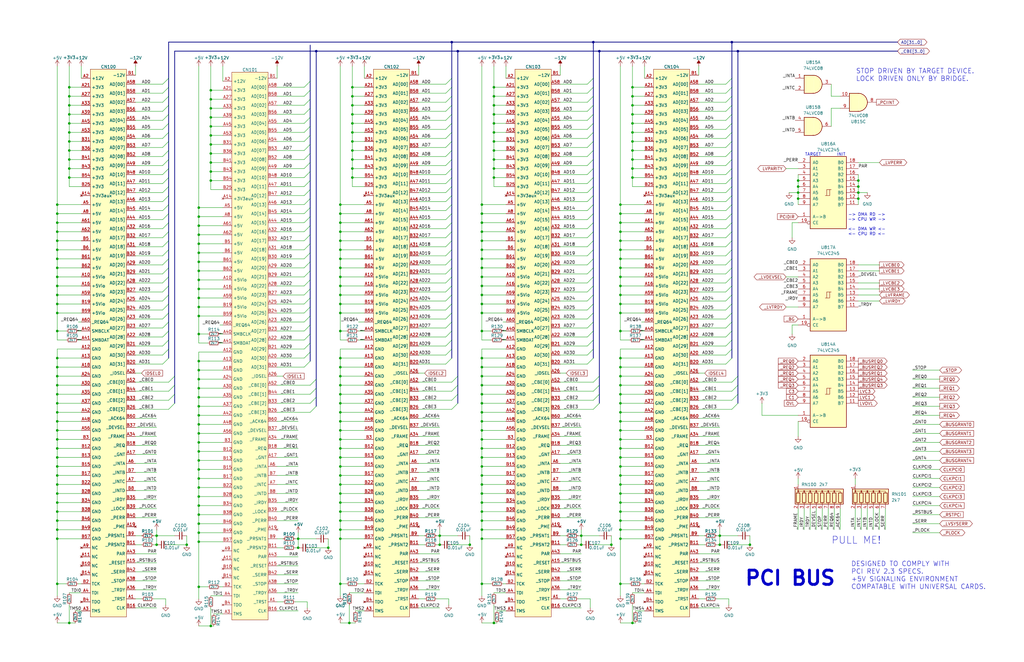
<source format=kicad_sch>
(kicad_sch (version 20231120) (generator "eeschema") (generator_version "8.0")
  (paper "USLedger")
  (title_block (title "AMIGA PCI") (date "2024-07-17") (rev "4.0"))
  (junction (at 336.55 83.82))
  (junction (at 88.9 76.2))
  (junction (at 88.9 60.96))
  (junction (at 203.2 173.99))
  (junction (at 203.2 170.18))
  (junction (at 83.82 125.73))
  (junction (at 24.13 154.94))
  (junction (at 143.51 105.41))
  (junction (at 203.2 208.28))
  (junction (at 148.59 52.07))
  (junction (at 261.62 166.37))
  (junction (at 143.51 166.37))
  (junction (at 203.2 90.17))
  (junction (at 83.82 160.02))
  (junction (at 311.15 21.59))
  (junction (at 261.62 128.27))
  (junction (at 83.82 106.68))
  (junction (at 83.82 167.64))
  (junction (at 24.13 151.13))
  (junction (at 83.82 133.35))
  (junction (at 143.51 185.42))
  (junction (at 83.82 186.69))
  (junction (at 143.51 128.27))
  (junction (at 148.59 48.26))
  (junction (at 208.28 48.26))
  (junction (at 83.82 163.83))
  (junction (at 266.7 262.89))
  (junction (at 24.13 105.41))
  (junction (at 24.13 177.8))
  (junction (at 203.2 204.47))
  (junction (at 143.51 193.04))
  (junction (at 208.28 67.31))
  (junction (at 24.13 101.6))
  (junction (at 143.51 101.6))
  (junction (at 83.82 102.87))
  (junction (at 203.2 151.13))
  (junction (at 261.62 170.18))
  (junction (at 261.62 90.17))
  (junction (at 261.62 189.23))
  (junction (at 261.62 154.94))
  (junction (at 83.82 228.6))
  (junction (at 83.82 220.98))
  (junction (at 24.13 109.22))
  (junction (at 83.82 224.79))
  (junction (at 266.7 40.64))
  (junction (at 24.13 90.17))
  (junction (at 83.82 114.3))
  (junction (at 83.82 156.21))
  (junction (at 143.51 162.56))
  (junction (at 266.7 48.26))
  (junction (at 203.2 181.61))
  (junction (at 148.59 55.88))
  (junction (at 143.51 177.8))
  (junction (at 361.95 81.28))
  (junction (at 261.62 185.42))
  (junction (at 361.95 83.82))
  (junction (at 24.13 185.42))
  (junction (at 261.62 227.33))
  (junction (at 83.82 110.49))
  (junction (at 361.95 76.2))
  (junction (at 261.62 193.04))
  (junction (at 83.82 91.44))
  (junction (at 203.2 189.23))
  (junction (at 138.43 231.14))
  (junction (at 29.21 74.93))
  (junction (at 24.13 113.03))
  (junction (at 24.13 166.37))
  (junction (at 185.42 226.06))
  (junction (at 83.82 129.54))
  (junction (at 83.82 171.45))
  (junction (at 203.2 124.46))
  (junction (at 143.51 154.94))
  (junction (at 143.51 139.7))
  (junction (at 148.59 67.31))
  (junction (at 24.13 227.33))
  (junction (at 83.82 209.55))
  (junction (at 143.51 204.47))
  (junction (at 29.21 55.88))
  (junction (at 143.51 181.61))
  (junction (at 148.59 44.45))
  (junction (at 24.13 132.08))
  (junction (at 252.73 21.59))
  (junction (at 261.62 196.85))
  (junction (at 261.62 177.8))
  (junction (at 24.13 97.79))
  (junction (at 203.2 166.37))
  (junction (at 83.82 182.88))
  (junction (at 266.7 44.45))
  (junction (at 336.55 78.74))
  (junction (at 208.28 59.69))
  (junction (at 203.2 215.9))
  (junction (at 24.13 223.52))
  (junction (at 24.13 200.66))
  (junction (at 261.62 246.38))
  (junction (at 24.13 93.98))
  (junction (at 148.59 36.83))
  (junction (at 203.2 139.7))
  (junction (at 24.13 162.56))
  (junction (at 203.2 162.56))
  (junction (at 24.13 193.04))
  (junction (at 148.59 59.69))
  (junction (at 88.9 49.53))
  (junction (at 203.2 109.22))
  (junction (at 303.53 226.06))
  (junction (at 261.62 173.99))
  (junction (at 261.62 223.52))
  (junction (at 203.2 185.42))
  (junction (at 83.82 247.65))
  (junction (at 261.62 151.13))
  (junction (at 143.51 86.36))
  (junction (at 208.28 63.5))
  (junction (at 143.51 196.85))
  (junction (at 261.62 113.03))
  (junction (at 261.62 93.98))
  (junction (at 83.82 95.25))
  (junction (at 203.2 223.52))
  (junction (at 245.11 229.87))
  (junction (at 83.82 194.31))
  (junction (at 24.13 219.71))
  (junction (at 316.23 229.87))
  (junction (at 24.13 189.23))
  (junction (at 143.51 208.28))
  (junction (at 88.9 264.16))
  (junction (at 261.62 120.65))
  (junction (at 143.51 90.17))
  (junction (at 143.51 97.79))
  (junction (at 203.2 200.66))
  (junction (at 261.62 219.71))
  (junction (at 203.2 93.98))
  (junction (at 208.28 40.64))
  (junction (at 83.82 179.07))
  (junction (at 203.2 154.94))
  (junction (at 66.04 226.06))
  (junction (at 143.51 215.9))
  (junction (at 143.51 113.03))
  (junction (at 29.21 262.89))
  (junction (at 203.2 212.09))
  (junction (at 88.9 68.58))
  (junction (at 143.51 212.09))
  (junction (at 261.62 181.61))
  (junction (at 66.04 229.87))
  (junction (at 148.59 63.5))
  (junction (at 24.13 181.61))
  (junction (at 143.51 116.84))
  (junction (at 208.28 71.12))
  (junction (at 88.9 38.1))
  (junction (at 208.28 52.07))
  (junction (at 29.21 71.12))
  (junction (at 24.13 86.36))
  (junction (at 24.13 139.7))
  (junction (at 193.04 21.59))
  (junction (at 250.19 17.78))
  (junction (at 208.28 262.89))
  (junction (at 88.9 64.77))
  (junction (at 125.73 231.14))
  (junction (at 257.81 229.87))
  (junction (at 266.7 36.83))
  (junction (at 203.2 113.03))
  (junction (at 143.51 219.71))
  (junction (at 203.2 193.04))
  (junction (at 203.2 132.08))
  (junction (at 266.7 63.5))
  (junction (at 88.9 57.15))
  (junction (at 261.62 200.66))
  (junction (at 143.51 158.75))
  (junction (at 148.59 40.64))
  (junction (at 266.7 71.12))
  (junction (at 24.13 120.65))
  (junction (at 143.51 200.66))
  (junction (at 24.13 128.27))
  (junction (at 261.62 158.75))
  (junction (at 261.62 109.22))
  (junction (at 245.11 226.06))
  (junction (at 203.2 120.65))
  (junction (at 143.51 132.08))
  (junction (at 203.2 158.75))
  (junction (at 83.82 213.36))
  (junction (at 83.82 99.06))
  (junction (at 336.55 76.2))
  (junction (at 261.62 132.08))
  (junction (at 203.2 227.33))
  (junction (at 208.28 36.83))
  (junction (at 361.95 78.74))
  (junction (at 261.62 116.84))
  (junction (at 336.55 81.28))
  (junction (at 24.13 246.38))
  (junction (at 261.62 97.79))
  (junction (at 24.13 208.28))
  (junction (at 203.2 246.38))
  (junction (at 266.7 59.69))
  (junction (at 24.13 215.9))
  (junction (at 83.82 217.17))
  (junction (at 83.82 190.5))
  (junction (at 133.35 21.59))
  (junction (at 303.53 229.87))
  (junction (at 143.51 93.98))
  (junction (at 203.2 105.41))
  (junction (at 125.73 227.33))
  (junction (at 266.7 52.07))
  (junction (at 143.51 223.52))
  (junction (at 208.28 55.88))
  (junction (at 83.82 121.92))
  (junction (at 83.82 201.93))
  (junction (at 83.82 140.97))
  (junction (at 24.13 173.99))
  (junction (at 29.21 67.31))
  (junction (at 143.51 124.46))
  (junction (at 261.62 139.7))
  (junction (at 266.7 74.93))
  (junction (at 261.62 215.9))
  (junction (at 148.59 71.12))
  (junction (at 261.62 124.46))
  (junction (at 190.5 17.78))
  (junction (at 261.62 212.09))
  (junction (at 143.51 109.22))
  (junction (at 29.21 48.26))
  (junction (at 261.62 86.36))
  (junction (at 261.62 204.47))
  (junction (at 203.2 219.71))
  (junction (at 308.61 17.78))
  (junction (at 24.13 124.46))
  (junction (at 266.7 55.88))
  (junction (at 147.32 262.89))
  (junction (at 203.2 177.8))
  (junction (at 29.21 52.07))
  (junction (at 261.62 208.28))
  (junction (at 208.28 44.45))
  (junction (at 83.82 175.26))
  (junction (at 203.2 97.79))
  (junction (at 83.82 152.4))
  (junction (at 143.51 227.33))
  (junction (at 78.74 229.87))
  (junction (at 24.13 158.75))
  (junction (at 88.9 53.34))
  (junction (at 24.13 170.18))
  (junction (at 29.21 63.5))
  (junction (at 143.51 151.13))
  (junction (at 24.13 212.09))
  (junction (at 83.82 87.63))
  (junction (at 208.28 74.93))
  (junction (at 198.12 229.87))
  (junction (at 143.51 189.23))
  (junction (at 143.51 170.18))
  (junction (at 143.51 120.65))
  (junction (at 24.13 116.84))
  (junction (at 143.51 173.99))
  (junction (at 185.42 229.87))
  (junction (at 29.21 59.69))
  (junction (at 203.2 128.27))
  (junction (at 261.62 105.41))
  (junction (at 266.7 67.31))
  (junction (at 261.62 162.56))
  (junction (at 203.2 86.36))
  (junction (at 83.82 205.74))
  (junction (at 88.9 41.91))
  (junction (at 203.2 101.6))
  (junction (at 88.9 45.72))
  (junction (at 203.2 116.84))
  (junction (at 83.82 118.11))
  (junction (at 203.2 196.85))
  (junction (at 29.21 36.83))
  (junction (at 261.62 101.6))
  (junction (at 29.21 40.64))
  (junction (at 24.13 204.47))
  (junction (at 24.13 196.85))
  (junction (at 83.82 198.12))
  (junction (at 29.21 44.45))
  (junction (at 143.51 246.38))
  (junction (at 148.59 74.93))
  (junction (at 88.9 72.39))
  (bus_entry (at 71.12 168.91) (size 2.54 -2.54))
  (bus_entry (at 128.27 151.13) (size 2.54 -2.54))
  (bus_entry (at 130.81 162.56) (size 2.54 -2.54))
  (bus_entry (at 306.07 46.99) (size 2.54 -2.54))
  (bus_entry (at 247.65 111.76) (size 2.54 -2.54))
  (bus_entry (at 306.07 96.52) (size 2.54 -2.54))
  (bus_entry (at 68.58 69.85) (size 2.54 -2.54))
  (bus_entry (at 306.07 35.56) (size 2.54 -2.54))
  (bus_entry (at 128.27 124.46) (size 2.54 -2.54))
  (bus_entry (at 187.96 73.66) (size 2.54 -2.54))
  (bus_entry (at 68.58 100.33) (size 2.54 -2.54))
  (bus_entry (at 250.19 165.1) (size 2.54 -2.54))
  (bus_entry (at 128.27 143.51) (size 2.54 -2.54))
  (bus_entry (at 247.65 100.33) (size 2.54 -2.54))
  (bus_entry (at 130.81 170.18) (size 2.54 -2.54))
  (bus_entry (at 306.07 81.28) (size 2.54 -2.54))
  (bus_entry (at 247.65 35.56) (size 2.54 -2.54))
  (bus_entry (at 187.96 96.52) (size 2.54 -2.54))
  (bus_entry (at 68.58 54.61) (size 2.54 -2.54))
  (bus_entry (at 306.07 92.71) (size 2.54 -2.54))
  (bus_entry (at 306.07 111.76) (size 2.54 -2.54))
  (bus_entry (at 128.27 55.88) (size 2.54 -2.54))
  (bus_entry (at 68.58 50.8) (size 2.54 -2.54))
  (bus_entry (at 247.65 77.47) (size 2.54 -2.54))
  (bus_entry (at 187.96 81.28) (size 2.54 -2.54))
  (bus_entry (at 250.19 172.72) (size 2.54 -2.54))
  (bus_entry (at 247.65 96.52) (size 2.54 -2.54))
  (bus_entry (at 247.65 134.62) (size 2.54 -2.54))
  (bus_entry (at 71.12 165.1) (size 2.54 -2.54))
  (bus_entry (at 187.96 138.43) (size 2.54 -2.54))
  (bus_entry (at 128.27 147.32) (size 2.54 -2.54))
  (bus_entry (at 306.07 77.47) (size 2.54 -2.54))
  (bus_entry (at 128.27 97.79) (size 2.54 -2.54))
  (bus_entry (at 187.96 39.37) (size 2.54 -2.54))
  (bus_entry (at 128.27 90.17) (size 2.54 -2.54))
  (bus_entry (at 128.27 105.41) (size 2.54 -2.54))
  (bus_entry (at 68.58 43.18) (size 2.54 -2.54))
  (bus_entry (at 247.65 115.57) (size 2.54 -2.54))
  (bus_entry (at 68.58 88.9) (size 2.54 -2.54))
  (bus_entry (at 68.58 46.99) (size 2.54 -2.54))
  (bus_entry (at 187.96 115.57) (size 2.54 -2.54))
  (bus_entry (at 128.27 63.5) (size 2.54 -2.54))
  (bus_entry (at 128.27 48.26) (size 2.54 -2.54))
  (bus_entry (at 68.58 111.76) (size 2.54 -2.54))
  (bus_entry (at 306.07 73.66) (size 2.54 -2.54))
  (bus_entry (at 187.96 134.62) (size 2.54 -2.54))
  (bus_entry (at 306.07 107.95) (size 2.54 -2.54))
  (bus_entry (at 247.65 107.95) (size 2.54 -2.54))
  (bus_entry (at 247.65 85.09) (size 2.54 -2.54))
  (bus_entry (at 128.27 52.07) (size 2.54 -2.54))
  (bus_entry (at 190.5 168.91) (size 2.54 -2.54))
  (bus_entry (at 306.07 134.62) (size 2.54 -2.54))
  (bus_entry (at 190.5 165.1) (size 2.54 -2.54))
  (bus_entry (at 68.58 123.19) (size 2.54 -2.54))
  (bus_entry (at 128.27 101.6) (size 2.54 -2.54))
  (bus_entry (at 247.65 54.61) (size 2.54 -2.54))
  (bus_entry (at 250.19 161.29) (size 2.54 -2.54))
  (bus_entry (at 247.65 69.85) (size 2.54 -2.54))
  (bus_entry (at 306.07 123.19) (size 2.54 -2.54))
  (bus_entry (at 306.07 119.38) (size 2.54 -2.54))
  (bus_entry (at 128.27 116.84) (size 2.54 -2.54))
  (bus_entry (at 187.96 35.56) (size 2.54 -2.54))
  (bus_entry (at 128.27 67.31) (size 2.54 -2.54))
  (bus_entry (at 128.27 36.83) (size 2.54 -2.54))
  (bus_entry (at 187.96 127) (size 2.54 -2.54))
  (bus_entry (at 247.65 66.04) (size 2.54 -2.54))
  (bus_entry (at 130.81 173.99) (size 2.54 -2.54))
  (bus_entry (at 247.65 50.8) (size 2.54 -2.54))
  (bus_entry (at 128.27 86.36) (size 2.54 -2.54))
  (bus_entry (at 68.58 146.05) (size 2.54 -2.54))
  (bus_entry (at 128.27 74.93) (size 2.54 -2.54))
  (bus_entry (at 187.96 123.19) (size 2.54 -2.54))
  (bus_entry (at 306.07 50.8) (size 2.54 -2.54))
  (bus_entry (at 128.27 135.89) (size 2.54 -2.54))
  (bus_entry (at 68.58 127) (size 2.54 -2.54))
  (bus_entry (at 306.07 153.67) (size 2.54 -2.54))
  (bus_entry (at 306.07 85.09) (size 2.54 -2.54))
  (bus_entry (at 68.58 130.81) (size 2.54 -2.54))
  (bus_entry (at 68.58 77.47) (size 2.54 -2.54))
  (bus_entry (at 247.65 149.86) (size 2.54 -2.54))
  (bus_entry (at 247.65 119.38) (size 2.54 -2.54))
  (bus_entry (at 68.58 142.24) (size 2.54 -2.54))
  (bus_entry (at 247.65 142.24) (size 2.54 -2.54))
  (bus_entry (at 247.65 104.14) (size 2.54 -2.54))
  (bus_entry (at 308.61 172.72) (size 2.54 -2.54))
  (bus_entry (at 247.65 88.9) (size 2.54 -2.54))
  (bus_entry (at 187.96 100.33) (size 2.54 -2.54))
  (bus_entry (at 306.07 39.37) (size 2.54 -2.54))
  (bus_entry (at 247.65 46.99) (size 2.54 -2.54))
  (bus_entry (at 68.58 58.42) (size 2.54 -2.54))
  (bus_entry (at 128.27 139.7) (size 2.54 -2.54))
  (bus_entry (at 250.19 168.91) (size 2.54 -2.54))
  (bus_entry (at 187.96 104.14) (size 2.54 -2.54))
  (bus_entry (at 68.58 104.14) (size 2.54 -2.54))
  (bus_entry (at 68.58 149.86) (size 2.54 -2.54))
  (bus_entry (at 68.58 119.38) (size 2.54 -2.54))
  (bus_entry (at 187.96 43.18) (size 2.54 -2.54))
  (bus_entry (at 128.27 82.55) (size 2.54 -2.54))
  (bus_entry (at 128.27 132.08) (size 2.54 -2.54))
  (bus_entry (at 128.27 71.12) (size 2.54 -2.54))
  (bus_entry (at 68.58 92.71) (size 2.54 -2.54))
  (bus_entry (at 306.07 142.24) (size 2.54 -2.54))
  (bus_entry (at 187.96 69.85) (size 2.54 -2.54))
  (bus_entry (at 128.27 109.22) (size 2.54 -2.54))
  (bus_entry (at 306.07 115.57) (size 2.54 -2.54))
  (bus_entry (at 306.07 88.9) (size 2.54 -2.54))
  (bus_entry (at 128.27 93.98) (size 2.54 -2.54))
  (bus_entry (at 306.07 149.86) (size 2.54 -2.54))
  (bus_entry (at 247.65 58.42) (size 2.54 -2.54))
  (bus_entry (at 247.65 39.37) (size 2.54 -2.54))
  (bus_entry (at 187.96 54.61) (size 2.54 -2.54))
  (bus_entry (at 308.61 165.1) (size 2.54 -2.54))
  (bus_entry (at 306.07 43.18) (size 2.54 -2.54))
  (bus_entry (at 128.27 59.69) (size 2.54 -2.54))
  (bus_entry (at 247.65 123.19) (size 2.54 -2.54))
  (bus_entry (at 128.27 40.64) (size 2.54 -2.54))
  (bus_entry (at 247.65 81.28) (size 2.54 -2.54))
  (bus_entry (at 187.96 46.99) (size 2.54 -2.54))
  (bus_entry (at 247.65 73.66) (size 2.54 -2.54))
  (bus_entry (at 68.58 115.57) (size 2.54 -2.54))
  (bus_entry (at 71.12 161.29) (size 2.54 -2.54))
  (bus_entry (at 247.65 153.67) (size 2.54 -2.54))
  (bus_entry (at 187.96 111.76) (size 2.54 -2.54))
  (bus_entry (at 306.07 138.43) (size 2.54 -2.54))
  (bus_entry (at 190.5 161.29) (size 2.54 -2.54))
  (bus_entry (at 190.5 172.72) (size 2.54 -2.54))
  (bus_entry (at 68.58 153.67) (size 2.54 -2.54))
  (bus_entry (at 247.65 92.71) (size 2.54 -2.54))
  (bus_entry (at 128.27 128.27) (size 2.54 -2.54))
  (bus_entry (at 306.07 66.04) (size 2.54 -2.54))
  (bus_entry (at 187.96 85.09) (size 2.54 -2.54))
  (bus_entry (at 68.58 73.66) (size 2.54 -2.54))
  (bus_entry (at 68.58 81.28) (size 2.54 -2.54))
  (bus_entry (at 68.58 138.43) (size 2.54 -2.54))
  (bus_entry (at 187.96 146.05) (size 2.54 -2.54))
  (bus_entry (at 247.65 62.23) (size 2.54 -2.54))
  (bus_entry (at 187.96 92.71) (size 2.54 -2.54))
  (bus_entry (at 187.96 142.24) (size 2.54 -2.54))
  (bus_entry (at 187.96 119.38) (size 2.54 -2.54))
  (bus_entry (at 68.58 39.37) (size 2.54 -2.54))
  (bus_entry (at 306.07 130.81) (size 2.54 -2.54))
  (bus_entry (at 306.07 104.14) (size 2.54 -2.54))
  (bus_entry (at 68.58 96.52) (size 2.54 -2.54))
  (bus_entry (at 187.96 88.9) (size 2.54 -2.54))
  (bus_entry (at 71.12 172.72) (size 2.54 -2.54))
  (bus_entry (at 247.65 138.43) (size 2.54 -2.54))
  (bus_entry (at 68.58 107.95) (size 2.54 -2.54))
  (bus_entry (at 187.96 58.42) (size 2.54 -2.54))
  (bus_entry (at 128.27 154.94) (size 2.54 -2.54))
  (bus_entry (at 306.07 146.05) (size 2.54 -2.54))
  (bus_entry (at 187.96 62.23) (size 2.54 -2.54))
  (bus_entry (at 306.07 62.23) (size 2.54 -2.54))
  (bus_entry (at 187.96 130.81) (size 2.54 -2.54))
  (bus_entry (at 187.96 77.47) (size 2.54 -2.54))
  (bus_entry (at 68.58 35.56) (size 2.54 -2.54))
  (bus_entry (at 128.27 113.03) (size 2.54 -2.54))
  (bus_entry (at 306.07 127) (size 2.54 -2.54))
  (bus_entry (at 308.61 161.29) (size 2.54 -2.54))
  (bus_entry (at 128.27 44.45) (size 2.54 -2.54))
  (bus_entry (at 68.58 66.04) (size 2.54 -2.54))
  (bus_entry (at 68.58 134.62) (size 2.54 -2.54))
  (bus_entry (at 128.27 78.74) (size 2.54 -2.54))
  (bus_entry (at 130.81 166.37) (size 2.54 -2.54))
  (bus_entry (at 247.65 146.05) (size 2.54 -2.54))
  (bus_entry (at 306.07 58.42) (size 2.54 -2.54))
  (bus_entry (at 68.58 62.23) (size 2.54 -2.54))
  (bus_entry (at 247.65 130.81) (size 2.54 -2.54))
  (bus_entry (at 247.65 43.18) (size 2.54 -2.54))
  (bus_entry (at 187.96 149.86) (size 2.54 -2.54))
  (bus_entry (at 68.58 85.09) (size 2.54 -2.54))
  (bus_entry (at 306.07 100.33) (size 2.54 -2.54))
  (bus_entry (at 187.96 50.8) (size 2.54 -2.54))
  (bus_entry (at 187.96 66.04) (size 2.54 -2.54))
  (bus_entry (at 306.07 69.85) (size 2.54 -2.54))
  (bus_entry (at 128.27 120.65) (size 2.54 -2.54))
  (bus_entry (at 187.96 153.67) (size 2.54 -2.54))
  (bus_entry (at 306.07 54.61) (size 2.54 -2.54))
  (bus_entry (at 247.65 127) (size 2.54 -2.54))
  (bus_entry (at 308.61 168.91) (size 2.54 -2.54))
  (bus_entry (at 187.96 107.95) (size 2.54 -2.54))
  (bus (pts (xy 190.5 82.55) (xy 190.5 86.36)))
  (wire (pts (xy 176.53 195.58) (xy 185.42 195.58)))
  (wire (pts (xy 143.51 181.61) (xy 143.51 185.42)))
  (wire (pts (xy 208.28 52.07) (xy 208.28 55.88)))
  (wire (pts (xy 245.11 223.52) (xy 245.11 226.06)))
  (wire (pts (xy 116.84 254) (xy 119.38 254)))
  (wire (pts (xy 208.28 48.26) (xy 213.36 48.26)))
  (wire (pts (xy 336.55 81.28) (xy 336.55 83.82)))
  (wire (pts (xy 336.55 73.66) (xy 336.55 76.2)))
  (wire (pts (xy 350.52 40.64) (xy 354.33 40.64)))
  (bus (pts (xy 130.81 80.01) (xy 130.81 83.82)))
  (wire (pts (xy 203.2 90.17) (xy 203.2 86.36)))
  (wire (pts (xy 143.51 166.37) (xy 153.67 166.37)))
  (wire (pts (xy 88.9 64.77) (xy 93.98 64.77)))
  (wire (pts (xy 24.13 124.46) (xy 34.29 124.46)))
  (wire (pts (xy 116.84 166.37) (xy 130.81 166.37)))
  (wire (pts (xy 24.13 101.6) (xy 24.13 97.79)))
  (wire (pts (xy 203.2 185.42) (xy 213.36 185.42)))
  (wire (pts (xy 24.13 97.79) (xy 24.13 93.98)))
  (wire (pts (xy 83.82 118.11) (xy 93.98 118.11)))
  (wire (pts (xy 261.62 120.65) (xy 261.62 116.84)))
  (wire (pts (xy 384.81 220.98) (xy 396.24 220.98)))
  (wire (pts (xy 83.82 144.78) (xy 87.63 144.78)))
  (bus (pts (xy 308.61 113.03) (xy 308.61 116.84)))
  (wire (pts (xy 33.02 246.38) (xy 34.29 246.38)))
  (wire (pts (xy 57.15 58.42) (xy 68.58 58.42)))
  (wire (pts (xy 24.13 113.03) (xy 24.13 109.22)))
  (wire (pts (xy 88.9 38.1) (xy 88.9 41.91)))
  (wire (pts (xy 176.53 214.63) (xy 185.42 214.63)))
  (wire (pts (xy 83.82 102.87) (xy 83.82 99.06)))
  (bus (pts (xy 71.12 40.64) (xy 71.12 44.45)))
  (wire (pts (xy 294.64 187.96) (xy 303.53 187.96)))
  (bus (pts (xy 130.81 53.34) (xy 130.81 57.15)))
  (wire (pts (xy 88.9 60.96) (xy 93.98 60.96)))
  (wire (pts (xy 29.21 44.45) (xy 29.21 48.26)))
  (wire (pts (xy 83.82 91.44) (xy 93.98 91.44)))
  (wire (pts (xy 69.85 252.73) (xy 69.85 255.27)))
  (wire (pts (xy 83.82 129.54) (xy 83.82 125.73)))
  (bus (pts (xy 311.15 166.37) (xy 311.15 170.18)))
  (wire (pts (xy 24.13 90.17) (xy 24.13 86.36)))
  (wire (pts (xy 24.13 132.08) (xy 24.13 128.27)))
  (wire (pts (xy 57.15 81.28) (xy 68.58 81.28)))
  (wire (pts (xy 361.95 81.28) (xy 365.76 81.28)))
  (bus (pts (xy 308.61 74.93) (xy 308.61 78.74)))
  (wire (pts (xy 29.21 40.64) (xy 34.29 40.64)))
  (bus (pts (xy 190.5 147.32) (xy 190.5 151.13)))
  (wire (pts (xy 143.51 189.23) (xy 143.51 193.04)))
  (bus (pts (xy 133.35 160.02) (xy 133.35 163.83)))
  (wire (pts (xy 83.82 114.3) (xy 83.82 110.49)))
  (wire (pts (xy 24.13 223.52) (xy 24.13 227.33)))
  (wire (pts (xy 236.22 77.47) (xy 247.65 77.47)))
  (wire (pts (xy 261.62 170.18) (xy 271.78 170.18)))
  (wire (pts (xy 116.84 147.32) (xy 128.27 147.32)))
  (wire (pts (xy 266.7 55.88) (xy 266.7 59.69)))
  (wire (pts (xy 203.2 212.09) (xy 213.36 212.09)))
  (bus (pts (xy 190.5 17.78) (xy 190.5 33.02)))
  (wire (pts (xy 90.17 259.08) (xy 93.98 259.08)))
  (wire (pts (xy 294.64 184.15) (xy 303.53 184.15)))
  (bus (pts (xy 71.12 139.7) (xy 71.12 143.51)))
  (wire (pts (xy 29.21 52.07) (xy 34.29 52.07)))
  (wire (pts (xy 29.21 71.12) (xy 34.29 71.12)))
  (wire (pts (xy 261.62 113.03) (xy 271.78 113.03)))
  (wire (pts (xy 116.84 78.74) (xy 128.27 78.74)))
  (wire (pts (xy 361.95 73.66) (xy 361.95 76.2)))
  (wire (pts (xy 24.13 162.56) (xy 24.13 166.37)))
  (wire (pts (xy 266.7 44.45) (xy 271.78 44.45)))
  (wire (pts (xy 143.51 132.08) (xy 143.51 139.7)))
  (wire (pts (xy 24.13 154.94) (xy 24.13 158.75)))
  (bus (pts (xy 308.61 33.02) (xy 308.61 17.78)))
  (wire (pts (xy 57.15 149.86) (xy 68.58 149.86)))
  (bus (pts (xy 250.19 116.84) (xy 250.19 120.65)))
  (bus (pts (xy 308.61 44.45) (xy 308.61 48.26)))
  (wire (pts (xy 294.64 39.37) (xy 306.07 39.37)))
  (wire (pts (xy 176.53 176.53) (xy 185.42 176.53)))
  (wire (pts (xy 143.51 27.94) (xy 143.51 86.36)))
  (wire (pts (xy 129.54 254) (xy 124.46 254)))
  (wire (pts (xy 261.62 166.37) (xy 271.78 166.37)))
  (wire (pts (xy 176.53 43.18) (xy 187.96 43.18)))
  (wire (pts (xy 236.22 39.37) (xy 247.65 39.37)))
  (wire (pts (xy 294.64 142.24) (xy 306.07 142.24)))
  (bus (pts (xy 71.12 120.65) (xy 71.12 124.46)))
  (bus (pts (xy 311.15 21.59) (xy 378.46 21.59)))
  (wire (pts (xy 83.82 95.25) (xy 93.98 95.25)))
  (wire (pts (xy 294.64 62.23) (xy 306.07 62.23)))
  (wire (pts (xy 176.53 46.99) (xy 187.96 46.99)))
  (wire (pts (xy 143.51 177.8) (xy 153.67 177.8)))
  (wire (pts (xy 236.22 81.28) (xy 247.65 81.28)))
  (wire (pts (xy 116.84 40.64) (xy 128.27 40.64)))
  (bus (pts (xy 73.66 21.59) (xy 133.35 21.59)))
  (wire (pts (xy 203.2 151.13) (xy 203.2 154.94)))
  (bus (pts (xy 190.5 120.65) (xy 190.5 124.46)))
  (wire (pts (xy 153.67 27.94) (xy 153.67 33.02)))
  (wire (pts (xy 57.15 27.94) (xy 57.15 31.75)))
  (wire (pts (xy 143.51 185.42) (xy 143.51 189.23)))
  (bus (pts (xy 130.81 118.11) (xy 130.81 121.92)))
  (wire (pts (xy 176.53 256.54) (xy 185.42 256.54)))
  (wire (pts (xy 143.51 132.08) (xy 143.51 128.27)))
  (wire (pts (xy 24.13 181.61) (xy 24.13 185.42)))
  (wire (pts (xy 236.22 50.8) (xy 247.65 50.8)))
  (bus (pts (xy 130.81 110.49) (xy 130.81 114.3)))
  (bus (pts (xy 71.12 132.08) (xy 71.12 135.89)))
  (wire (pts (xy 143.51 154.94) (xy 153.67 154.94)))
  (wire (pts (xy 261.62 93.98) (xy 271.78 93.98)))
  (wire (pts (xy 148.59 27.94) (xy 148.59 36.83)))
  (wire (pts (xy 83.82 163.83) (xy 83.82 167.64)))
  (wire (pts (xy 176.53 62.23) (xy 187.96 62.23)))
  (bus (pts (xy 308.61 33.02) (xy 308.61 36.83)))
  (bus (pts (xy 190.5 135.89) (xy 190.5 139.7)))
  (wire (pts (xy 176.53 153.67) (xy 187.96 153.67)))
  (wire (pts (xy 83.82 148.59) (xy 83.82 152.4)))
  (wire (pts (xy 203.2 90.17) (xy 213.36 90.17)))
  (bus (pts (xy 250.19 120.65) (xy 250.19 124.46)))
  (wire (pts (xy 88.9 256.54) (xy 88.9 264.16)))
  (wire (pts (xy 266.7 36.83) (xy 271.78 36.83)))
  (wire (pts (xy 236.22 100.33) (xy 247.65 100.33)))
  (wire (pts (xy 116.84 246.38) (xy 125.73 246.38)))
  (wire (pts (xy 243.84 226.06) (xy 245.11 226.06)))
  (wire (pts (xy 203.2 162.56) (xy 203.2 166.37)))
  (wire (pts (xy 261.62 154.94) (xy 271.78 154.94)))
  (bus (pts (xy 71.12 135.89) (xy 71.12 139.7)))
  (wire (pts (xy 261.62 162.56) (xy 271.78 162.56)))
  (bus (pts (xy 250.19 128.27) (xy 250.19 132.08)))
  (wire (pts (xy 57.15 214.63) (xy 66.04 214.63)))
  (wire (pts (xy 294.64 195.58) (xy 303.53 195.58)))
  (wire (pts (xy 83.82 179.07) (xy 83.82 182.88)))
  (wire (pts (xy 261.62 196.85) (xy 271.78 196.85)))
  (wire (pts (xy 336.55 93.98) (xy 334.01 93.98)))
  (wire (pts (xy 143.51 223.52) (xy 143.51 227.33)))
  (wire (pts (xy 116.84 181.61) (xy 125.73 181.61)))
  (wire (pts (xy 29.21 36.83) (xy 34.29 36.83)))
  (wire (pts (xy 266.7 59.69) (xy 266.7 63.5)))
  (wire (pts (xy 203.2 113.03) (xy 203.2 109.22)))
  (wire (pts (xy 88.9 41.91) (xy 93.98 41.91)))
  (wire (pts (xy 203.2 109.22) (xy 213.36 109.22)))
  (wire (pts (xy 236.22 149.86) (xy 247.65 149.86)))
  (wire (pts (xy 83.82 201.93) (xy 93.98 201.93)))
  (wire (pts (xy 176.53 100.33) (xy 187.96 100.33)))
  (wire (pts (xy 208.28 250.19) (xy 213.36 250.19)))
  (wire (pts (xy 143.51 116.84) (xy 143.51 113.03)))
  (wire (pts (xy 203.2 128.27) (xy 203.2 124.46)))
  (wire (pts (xy 29.21 40.64) (xy 29.21 44.45)))
  (wire (pts (xy 64.77 229.87) (xy 66.04 229.87)))
  (wire (pts (xy 294.64 241.3) (xy 303.53 241.3)))
  (wire (pts (xy 261.62 124.46) (xy 261.62 120.65)))
  (wire (pts (xy 370.84 114.3) (xy 361.95 114.3)))
  (wire (pts (xy 149.86 257.81) (xy 153.67 257.81)))
  (wire (pts (xy 83.82 186.69) (xy 93.98 186.69)))
  (wire (pts (xy 336.55 78.74) (xy 336.55 81.28)))
  (wire (pts (xy 236.22 35.56) (xy 247.65 35.56)))
  (wire (pts (xy 266.7 255.27) (xy 266.7 262.89)))
  (bus (pts (xy 130.81 72.39) (xy 130.81 76.2)))
  (wire (pts (xy 208.28 67.31) (xy 213.36 67.31)))
  (wire (pts (xy 261.62 177.8) (xy 271.78 177.8)))
  (wire (pts (xy 143.51 105.41) (xy 153.67 105.41)))
  (wire (pts (xy 83.82 125.73) (xy 93.98 125.73)))
  (bus (pts (xy 308.61 67.31) (xy 308.61 71.12)))
  (bus (pts (xy 71.12 113.03) (xy 71.12 116.84)))
  (bus (pts (xy 308.61 90.17) (xy 308.61 93.98)))
  (wire (pts (xy 83.82 182.88) (xy 83.82 186.69)))
  (wire (pts (xy 125.73 227.33) (xy 125.73 231.14)))
  (wire (pts (xy 143.51 151.13) (xy 153.67 151.13)))
  (wire (pts (xy 261.62 90.17) (xy 271.78 90.17)))
  (wire (pts (xy 92.71 140.97) (xy 93.98 140.97)))
  (wire (pts (xy 176.53 191.77) (xy 185.42 191.77)))
  (wire (pts (xy 83.82 224.79) (xy 93.98 224.79)))
  (wire (pts (xy 294.64 134.62) (xy 306.07 134.62)))
  (wire (pts (xy 208.28 48.26) (xy 208.28 52.07)))
  (wire (pts (xy 57.15 85.09) (xy 68.58 85.09)))
  (wire (pts (xy 294.64 130.81) (xy 306.07 130.81)))
  (wire (pts (xy 208.28 55.88) (xy 208.28 59.69)))
  (wire (pts (xy 208.28 59.69) (xy 213.36 59.69)))
  (wire (pts (xy 143.51 124.46) (xy 143.51 120.65)))
  (wire (pts (xy 270.51 246.38) (xy 271.78 246.38)))
  (wire (pts (xy 302.26 226.06) (xy 303.53 226.06)))
  (wire (pts (xy 57.15 50.8) (xy 68.58 50.8)))
  (wire (pts (xy 83.82 205.74) (xy 93.98 205.74)))
  (wire (pts (xy 57.15 248.92) (xy 66.04 248.92)))
  (wire (pts (xy 143.51 215.9) (xy 153.67 215.9)))
  (wire (pts (xy 83.82 163.83) (xy 93.98 163.83)))
  (wire (pts (xy 294.64 191.77) (xy 303.53 191.77)))
  (wire (pts (xy 83.82 217.17) (xy 93.98 217.17)))
  (wire (pts (xy 57.15 180.34) (xy 66.04 180.34)))
  (wire (pts (xy 57.15 104.14) (xy 68.58 104.14)))
  (wire (pts (xy 203.2 162.56) (xy 213.36 162.56)))
  (wire (pts (xy 203.2 200.66) (xy 203.2 204.47)))
  (wire (pts (xy 24.13 158.75) (xy 24.13 162.56)))
  (wire (pts (xy 203.2 132.08) (xy 203.2 139.7)))
  (wire (pts (xy 143.51 143.51) (xy 146.05 143.51)))
  (wire (pts (xy 236.22 142.24) (xy 247.65 142.24)))
  (wire (pts (xy 203.2 93.98) (xy 213.36 93.98)))
  (wire (pts (xy 29.21 59.69) (xy 34.29 59.69)))
  (wire (pts (xy 24.13 262.89) (xy 29.21 262.89)))
  (wire (pts (xy 261.62 101.6) (xy 261.62 97.79)))
  (wire (pts (xy 294.64 229.87) (xy 297.18 229.87)))
  (wire (pts (xy 29.21 74.93) (xy 34.29 74.93)))
  (bus (pts (xy 130.81 68.58) (xy 130.81 72.39)))
  (wire (pts (xy 24.13 212.09) (xy 34.29 212.09)))
  (wire (pts (xy 148.59 52.07) (xy 148.59 55.88)))
  (wire (pts (xy 24.13 200.66) (xy 34.29 200.66)))
  (bus (pts (xy 190.5 55.88) (xy 190.5 59.69)))
  (wire (pts (xy 83.82 220.98) (xy 93.98 220.98)))
  (bus (pts (xy 190.5 74.93) (xy 190.5 78.74)))
  (wire (pts (xy 176.53 111.76) (xy 187.96 111.76)))
  (wire (pts (xy 29.21 55.88) (xy 34.29 55.88)))
  (wire (pts (xy 88.9 68.58) (xy 88.9 72.39)))
  (wire (pts (xy 143.51 189.23) (xy 153.67 189.23)))
  (wire (pts (xy 236.22 66.04) (xy 247.65 66.04)))
  (wire (pts (xy 236.22 58.42) (xy 247.65 58.42)))
  (bus (pts (xy 190.5 59.69) (xy 190.5 63.5)))
  (wire (pts (xy 266.7 48.26) (xy 266.7 52.07)))
  (wire (pts (xy 29.21 48.26) (xy 29.21 52.07)))
  (wire (pts (xy 143.51 219.71) (xy 143.51 223.52)))
  (wire (pts (xy 78.74 229.87) (xy 78.74 226.06)))
  (wire (pts (xy 116.84 120.65) (xy 128.27 120.65)))
  (wire (pts (xy 294.64 43.18) (xy 306.07 43.18)))
  (bus (pts (xy 71.12 97.79) (xy 71.12 101.6)))
  (wire (pts (xy 203.2 215.9) (xy 203.2 219.71)))
  (wire (pts (xy 24.13 162.56) (xy 34.29 162.56)))
  (wire (pts (xy 176.53 123.19) (xy 187.96 123.19)))
  (wire (pts (xy 176.53 229.87) (xy 179.07 229.87)))
  (bus (pts (xy 190.5 128.27) (xy 190.5 132.08)))
  (wire (pts (xy 261.62 215.9) (xy 271.78 215.9)))
  (wire (pts (xy 116.84 151.13) (xy 128.27 151.13)))
  (wire (pts (xy 261.62 97.79) (xy 261.62 93.98)))
  (wire (pts (xy 57.15 146.05) (xy 68.58 146.05)))
  (wire (pts (xy 143.51 93.98) (xy 153.67 93.98)))
  (wire (pts (xy 116.84 59.69) (xy 128.27 59.69)))
  (wire (pts (xy 266.7 71.12) (xy 271.78 71.12)))
  (wire (pts (xy 83.82 198.12) (xy 83.82 201.93)))
  (wire (pts (xy 83.82 129.54) (xy 93.98 129.54)))
  (wire (pts (xy 303.53 223.52) (xy 303.53 226.06)))
  (wire (pts (xy 354.33 45.72) (xy 350.52 45.72)))
  (bus (pts (xy 190.5 116.84) (xy 190.5 120.65)))
  (wire (pts (xy 147.32 255.27) (xy 147.32 262.89)))
  (wire (pts (xy 294.64 165.1) (xy 308.61 165.1)))
  (wire (pts (xy 57.15 39.37) (xy 68.58 39.37)))
  (wire (pts (xy 116.84 212.09) (xy 125.73 212.09)))
  (wire (pts (xy 148.59 40.64) (xy 148.59 44.45)))
  (wire (pts (xy 294.64 85.09) (xy 306.07 85.09)))
  (wire (pts (xy 24.13 27.94) (xy 24.13 86.36)))
  (wire (pts (xy 213.36 132.08) (xy 203.2 132.08)))
  (bus (pts (xy 71.12 124.46) (xy 71.12 128.27)))
  (wire (pts (xy 271.78 78.74) (xy 266.7 78.74)))
  (bus (pts (xy 252.73 21.59) (xy 311.15 21.59)))
  (wire (pts (xy 29.21 250.19) (xy 34.29 250.19)))
  (wire (pts (xy 271.78 27.94) (xy 271.78 33.02)))
  (wire (pts (xy 266.7 48.26) (xy 271.78 48.26)))
  (wire (pts (xy 116.84 193.04) (xy 125.73 193.04)))
  (wire (pts (xy 236.22 195.58) (xy 245.11 195.58)))
  (wire (pts (xy 236.22 187.96) (xy 245.11 187.96)))
  (wire (pts (xy 203.2 154.94) (xy 203.2 158.75)))
  (wire (pts (xy 370.84 127) (xy 361.95 127)))
  (wire (pts (xy 116.84 170.18) (xy 130.81 170.18)))
  (wire (pts (xy 261.62 158.75) (xy 271.78 158.75)))
  (wire (pts (xy 373.38 214.63) (xy 373.38 223.52)))
  (wire (pts (xy 83.82 152.4) (xy 83.82 156.21)))
  (wire (pts (xy 83.82 118.11) (xy 83.82 114.3)))
  (wire (pts (xy 88.9 57.15) (xy 93.98 57.15)))
  (wire (pts (xy 184.15 229.87) (xy 185.42 229.87)))
  (wire (pts (xy 361.95 76.2) (xy 361.95 78.74)))
  (wire (pts (xy 261.62 166.37) (xy 261.62 170.18)))
  (wire (pts (xy 266.7 59.69) (xy 271.78 59.69)))
  (wire (pts (xy 24.13 212.09) (xy 24.13 215.9)))
  (wire (pts (xy 270.51 143.51) (xy 271.78 143.51)))
  (wire (pts (xy 176.53 149.86) (xy 187.96 149.86)))
  (wire (pts (xy 261.62 196.85) (xy 261.62 200.66)))
  (bus (pts (xy 193.04 21.59) (xy 252.73 21.59)))
  (wire (pts (xy 116.84 135.89) (xy 128.27 135.89)))
  (wire (pts (xy 57.15 115.57) (xy 68.58 115.57)))
  (wire (pts (xy 143.51 185.42) (xy 153.67 185.42)))
  (wire (pts (xy 148.59 74.93) (xy 148.59 78.74)))
  (wire (pts (xy 143.51 113.03) (xy 143.51 109.22)))
  (wire (pts (xy 57.15 168.91) (xy 71.12 168.91)))
  (wire (pts (xy 384.81 205.74) (xy 396.24 205.74)))
  (bus (pts (xy 71.12 17.78) (xy 190.5 17.78)))
  (wire (pts (xy 148.59 71.12) (xy 153.67 71.12)))
  (wire (pts (xy 236.22 27.94) (xy 236.22 31.75)))
  (wire (pts (xy 83.82 121.92) (xy 93.98 121.92)))
  (wire (pts (xy 29.21 63.5) (xy 29.21 67.31)))
  (wire (pts (xy 93.98 80.01) (xy 88.9 80.01)))
  (wire (pts (xy 203.2 193.04) (xy 213.36 193.04)))
  (wire (pts (xy 88.9 68.58) (xy 93.98 68.58)))
  (wire (pts (xy 236.22 127) (xy 247.65 127)))
  (wire (pts (xy 213.36 78.74) (xy 208.28 78.74)))
  (wire (pts (xy 116.84 143.51) (xy 128.27 143.51)))
  (wire (pts (xy 331.47 71.12) (xy 336.55 71.12)))
  (wire (pts (xy 245.11 226.06) (xy 252.73 226.06)))
  (wire (pts (xy 24.13 189.23) (xy 34.29 189.23)))
  (wire (pts (xy 208.28 27.94) (xy 208.28 36.83)))
  (wire (pts (xy 148.59 55.88) (xy 153.67 55.88)))
  (wire (pts (xy 29.21 67.31) (xy 29.21 71.12)))
  (wire (pts (xy 116.84 128.27) (xy 128.27 128.27)))
  (wire (pts (xy 143.51 120.65) (xy 153.67 120.65)))
  (wire (pts (xy 57.15 138.43) (xy 68.58 138.43)))
  (wire (pts (xy 294.64 119.38) (xy 306.07 119.38)))
  (wire (pts (xy 57.15 46.99) (xy 68.58 46.99)))
  (wire (pts (xy 203.2 246.38) (xy 203.2 251.46)))
  (wire (pts (xy 24.13 109.22) (xy 24.13 105.41)))
  (bus (pts (xy 73.66 166.37) (xy 73.66 170.18)))
  (wire (pts (xy 83.82 228.6) (xy 83.82 247.65)))
  (wire (pts (xy 57.15 134.62) (xy 68.58 134.62)))
  (wire (pts (xy 176.53 203.2) (xy 185.42 203.2)))
  (wire (pts (xy 116.84 227.33) (xy 119.38 227.33)))
  (wire (pts (xy 351.79 214.63) (xy 351.79 223.52)))
  (wire (pts (xy 203.2 212.09) (xy 203.2 215.9)))
  (wire (pts (xy 83.82 160.02) (xy 83.82 163.83)))
  (wire (pts (xy 57.15 233.68) (xy 66.04 233.68)))
  (bus (pts (xy 130.81 144.78) (xy 130.81 148.59)))
  (wire (pts (xy 83.82 121.92) (xy 83.82 118.11)))
  (wire (pts (xy 83.82 95.25) (xy 83.82 91.44)))
  (wire (pts (xy 176.53 210.82) (xy 185.42 210.82)))
  (bus (pts (xy 308.61 93.98) (xy 308.61 97.79)))
  (wire (pts (xy 363.22 214.63) (xy 363.22 223.52)))
  (wire (pts (xy 143.51 170.18) (xy 143.51 173.99)))
  (wire (pts (xy 143.51 97.79) (xy 153.67 97.79)))
  (wire (pts (xy 236.22 252.73) (xy 238.76 252.73)))
  (wire (pts (xy 83.82 133.35) (xy 83.82 140.97)))
  (wire (pts (xy 24.13 132.08) (xy 24.13 139.7)))
  (wire (pts (xy 24.13 93.98) (xy 34.29 93.98)))
  (wire (pts (xy 24.13 139.7) (xy 27.94 139.7)))
  (wire (pts (xy 57.15 176.53) (xy 66.04 176.53)))
  (wire (pts (xy 361.95 78.74) (xy 361.95 81.28)))
  (wire (pts (xy 203.2 246.38) (xy 207.01 246.38)))
  (wire (pts (xy 116.84 132.08) (xy 128.27 132.08)))
  (wire (pts (xy 83.82 228.6) (xy 93.98 228.6)))
  (bus (pts (xy 130.81 19.05) (xy 130.81 34.29)))
  (bus (pts (xy 250.19 74.93) (xy 250.19 78.74)))
  (wire (pts (xy 261.62 143.51) (xy 265.43 143.51)))
  (wire (pts (xy 384.81 156.21) (xy 396.24 156.21)))
  (bus (pts (xy 71.12 143.51) (xy 71.12 147.32)))
  (wire (pts (xy 261.62 158.75) (xy 261.62 162.56)))
  (wire (pts (xy 203.2 196.85) (xy 203.2 200.66)))
  (wire (pts (xy 57.15 252.73) (xy 59.69 252.73)))
  (wire (pts (xy 57.15 203.2) (xy 66.04 203.2)))
  (bus (pts (xy 190.5 48.26) (xy 190.5 52.07)))
  (wire (pts (xy 294.64 92.71) (xy 306.07 92.71)))
  (wire (pts (xy 176.53 187.96) (xy 185.42 187.96)))
  (wire (pts (xy 294.64 252.73) (xy 297.18 252.73)))
  (wire (pts (xy 203.2 204.47) (xy 213.36 204.47)))
  (wire (pts (xy 24.13 173.99) (xy 24.13 177.8)))
  (bus (pts (xy 308.61 82.55) (xy 308.61 86.36)))
  (wire (pts (xy 116.84 204.47) (xy 125.73 204.47)))
  (wire (pts (xy 24.13 90.17) (xy 34.29 90.17)))
  (wire (pts (xy 148.59 52.07) (xy 153.67 52.07)))
  (wire (pts (xy 143.51 109.22) (xy 153.67 109.22)))
  (bus (pts (xy 250.19 40.64) (xy 250.19 44.45)))
  (bus (pts (xy 190.5 143.51) (xy 190.5 147.32)))
  (wire (pts (xy 176.53 81.28) (xy 187.96 81.28)))
  (bus (pts (xy 193.04 158.75) (xy 193.04 162.56)))
  (wire (pts (xy 236.22 210.82) (xy 245.11 210.82)))
  (wire (pts (xy 143.51 105.41) (xy 143.51 101.6)))
  (wire (pts (xy 71.12 229.87) (xy 78.74 229.87)))
  (wire (pts (xy 143.51 196.85) (xy 143.51 200.66)))
  (wire (pts (xy 24.13 246.38) (xy 27.94 246.38)))
  (wire (pts (xy 24.13 200.66) (xy 24.13 204.47)))
  (wire (pts (xy 83.82 140.97) (xy 83.82 144.78)))
  (wire (pts (xy 57.15 218.44) (xy 66.04 218.44)))
  (wire (pts (xy 294.64 69.85) (xy 306.07 69.85)))
  (wire (pts (xy 294.64 226.06) (xy 297.18 226.06)))
  (wire (pts (xy 24.13 185.42) (xy 24.13 189.23)))
  (bus (pts (xy 71.12 116.84) (xy 71.12 120.65)))
  (wire (pts (xy 148.59 67.31) (xy 148.59 71.12)))
  (bus (pts (xy 250.19 143.51) (xy 250.19 147.32)))
  (wire (pts (xy 384.81 198.12) (xy 396.24 198.12)))
  (wire (pts (xy 83.82 179.07) (xy 93.98 179.07)))
  (wire (pts (xy 116.84 219.71) (xy 125.73 219.71)))
  (bus (pts (xy 193.04 162.56) (xy 193.04 166.37)))
  (bus (pts (xy 130.81 140.97) (xy 130.81 144.78)))
  (wire (pts (xy 57.15 142.24) (xy 68.58 142.24)))
  (wire (pts (xy 29.21 74.93) (xy 29.21 78.74)))
  (bus (pts (xy 308.61 135.89) (xy 308.61 139.7)))
  (wire (pts (xy 248.92 252.73) (xy 248.92 256.54)))
  (wire (pts (xy 116.84 86.36) (xy 128.27 86.36)))
  (wire (pts (xy 88.9 49.53) (xy 88.9 53.34)))
  (wire (pts (xy 203.2 200.66) (xy 213.36 200.66)))
  (wire (pts (xy 176.53 199.39) (xy 185.42 199.39)))
  (wire (pts (xy 236.22 69.85) (xy 247.65 69.85)))
  (wire (pts (xy 176.53 146.05) (xy 187.96 146.05)))
  (bus (pts (xy 73.66 21.59) (xy 73.66 158.75)))
  (wire (pts (xy 29.21 59.69) (xy 29.21 63.5)))
  (wire (pts (xy 294.64 214.63) (xy 303.53 214.63)))
  (wire (pts (xy 316.23 229.87) (xy 316.23 226.06)))
  (wire (pts (xy 203.2 189.23) (xy 213.36 189.23)))
  (wire (pts (xy 261.62 113.03) (xy 261.62 109.22)))
  (wire (pts (xy 83.82 194.31) (xy 93.98 194.31)))
  (wire (pts (xy 24.13 223.52) (xy 34.29 223.52)))
  (wire (pts (xy 83.82 110.49) (xy 93.98 110.49)))
  (wire (pts (xy 29.21 52.07) (xy 29.21 55.88)))
  (wire (pts (xy 83.82 156.21) (xy 83.82 160.02)))
  (wire (pts (xy 336.55 81.28) (xy 332.74 81.28)))
  (wire (pts (xy 24.13 101.6) (xy 34.29 101.6)))
  (bus (pts (xy 311.15 158.75) (xy 311.15 162.56)))
  (wire (pts (xy 203.2 193.04) (xy 203.2 196.85)))
  (wire (pts (xy 236.22 88.9) (xy 247.65 88.9)))
  (wire (pts (xy 83.82 186.69) (xy 83.82 190.5)))
  (wire (pts (xy 236.22 119.38) (xy 247.65 119.38)))
  (wire (pts (xy 116.84 238.76) (xy 125.73 238.76)))
  (wire (pts (xy 143.51 158.75) (xy 143.51 162.56)))
  (wire (pts (xy 29.21 27.94) (xy 29.21 36.83)))
  (wire (pts (xy 236.22 241.3) (xy 245.11 241.3)))
  (wire (pts (xy 294.64 168.91) (xy 308.61 168.91)))
  (wire (pts (xy 266.7 40.64) (xy 266.7 44.45)))
  (wire (pts (xy 83.82 140.97) (xy 87.63 140.97)))
  (wire (pts (xy 261.62 147.32) (xy 261.62 151.13)))
  (wire (pts (xy 208.28 40.64) (xy 208.28 44.45)))
  (wire (pts (xy 213.36 27.94) (xy 213.36 33.02)))
  (wire (pts (xy 203.2 177.8) (xy 213.36 177.8)))
  (wire (pts (xy 384.81 194.31) (xy 396.24 194.31)))
  (wire (pts (xy 143.51 227.33) (xy 153.67 227.33)))
  (wire (pts (xy 176.53 54.61) (xy 187.96 54.61)))
  (wire (pts (xy 261.62 246.38) (xy 265.43 246.38)))
  (wire (pts (xy 294.64 149.86) (xy 306.07 149.86)))
  (wire (pts (xy 116.84 242.57) (xy 125.73 242.57)))
  (wire (pts (xy 83.82 175.26) (xy 93.98 175.26)))
  (wire (pts (xy 294.64 88.9) (xy 306.07 88.9)))
  (bus (pts (xy 252.73 162.56) (xy 252.73 166.37)))
  (bus (pts (xy 71.12 128.27) (xy 71.12 132.08)))
  (wire (pts (xy 143.51 109.22) (xy 143.51 105.41)))
  (wire (pts (xy 266.7 52.07) (xy 266.7 55.88)))
  (wire (pts (xy 116.84 44.45) (xy 128.27 44.45)))
  (wire (pts (xy 208.28 44.45) (xy 213.36 44.45)))
  (wire (pts (xy 190.5 229.87) (xy 198.12 229.87)))
  (wire (pts (xy 148.59 44.45) (xy 148.59 48.26)))
  (wire (pts (xy 116.84 124.46) (xy 128.27 124.46)))
  (wire (pts (xy 92.71 247.65) (xy 93.98 247.65)))
  (bus (pts (xy 308.61 86.36) (xy 308.61 90.17)))
  (wire (pts (xy 208.28 36.83) (xy 213.36 36.83)))
  (bus (pts (xy 252.73 166.37) (xy 252.73 170.18)))
  (wire (pts (xy 266.7 74.93) (xy 266.7 78.74)))
  (wire (pts (xy 116.84 116.84) (xy 128.27 116.84)))
  (wire (pts (xy 148.59 59.69) (xy 148.59 63.5)))
  (wire (pts (xy 116.84 231.14) (xy 119.38 231.14)))
  (wire (pts (xy 189.23 252.73) (xy 184.15 252.73)))
  (bus (pts (xy 308.61 132.08) (xy 308.61 135.89)))
  (wire (pts (xy 236.22 134.62) (xy 247.65 134.62)))
  (wire (pts (xy 88.9 72.39) (xy 88.9 76.2)))
  (wire (pts (xy 57.15 107.95) (xy 68.58 107.95)))
  (wire (pts (xy 153.67 132.08) (xy 143.51 132.08)))
  (wire (pts (xy 203.2 86.36) (xy 213.36 86.36)))
  (wire (pts (xy 203.2 227.33) (xy 203.2 246.38)))
  (wire (pts (xy 143.51 262.89) (xy 147.32 262.89)))
  (wire (pts (xy 261.62 200.66) (xy 271.78 200.66)))
  (wire (pts (xy 57.15 96.52) (xy 68.58 96.52)))
  (wire (pts (xy 384.81 186.69) (xy 396.24 186.69)))
  (bus (pts (xy 250.19 147.32) (xy 250.19 151.13)))
  (wire (pts (xy 24.13 158.75) (xy 34.29 158.75)))
  (wire (pts (xy 236.22 168.91) (xy 250.19 168.91)))
  (wire (pts (xy 203.2 262.89) (xy 208.28 262.89)))
  (wire (pts (xy 24.13 173.99) (xy 34.29 173.99)))
  (wire (pts (xy 176.53 119.38) (xy 187.96 119.38)))
  (wire (pts (xy 266.7 55.88) (xy 271.78 55.88)))
  (wire (pts (xy 92.71 144.78) (xy 93.98 144.78)))
  (wire (pts (xy 116.84 36.83) (xy 128.27 36.83)))
  (wire (pts (xy 83.82 198.12) (xy 93.98 198.12)))
  (wire (pts (xy 143.51 200.66) (xy 143.51 204.47)))
  (wire (pts (xy 368.3 214.63) (xy 368.3 223.52)))
  (wire (pts (xy 129.54 254) (xy 129.54 256.54)))
  (wire (pts (xy 176.53 165.1) (xy 190.5 165.1)))
  (wire (pts (xy 116.84 105.41) (xy 128.27 105.41)))
  (bus (pts (xy 130.81 125.73) (xy 130.81 129.54)))
  (wire (pts (xy 176.53 207.01) (xy 185.42 207.01)))
  (wire (pts (xy 29.21 36.83) (xy 29.21 40.64)))
  (bus (pts (xy 308.61 116.84) (xy 308.61 120.65)))
  (wire (pts (xy 24.13 151.13) (xy 34.29 151.13)))
  (wire (pts (xy 143.51 196.85) (xy 153.67 196.85)))
  (wire (pts (xy 57.15 111.76) (xy 68.58 111.76)))
  (wire (pts (xy 57.15 62.23) (xy 68.58 62.23)))
  (wire (pts (xy 57.15 123.19) (xy 68.58 123.19)))
  (bus (pts (xy 190.5 132.08) (xy 190.5 135.89)))
  (bus (pts (xy 71.12 101.6) (xy 71.12 105.41)))
  (wire (pts (xy 384.81 171.45) (xy 396.24 171.45)))
  (wire (pts (xy 124.46 227.33) (xy 125.73 227.33)))
  (wire (pts (xy 143.51 173.99) (xy 143.51 177.8)))
  (wire (pts (xy 203.2 158.75) (xy 203.2 162.56)))
  (wire (pts (xy 143.51 97.79) (xy 143.51 93.98)))
  (wire (pts (xy 147.32 262.89) (xy 149.86 262.89)))
  (wire (pts (xy 261.62 219.71) (xy 261.62 223.52)))
  (wire (pts (xy 236.22 92.71) (xy 247.65 92.71)))
  (wire (pts (xy 148.59 44.45) (xy 153.67 44.45)))
  (wire (pts (xy 261.62 116.84) (xy 261.62 113.03)))
  (wire (pts (xy 203.2 181.61) (xy 213.36 181.61)))
  (bus (pts (xy 250.19 93.98) (xy 250.19 97.79)))
  (wire (pts (xy 66.04 223.52) (xy 66.04 226.06)))
  (wire (pts (xy 266.7 67.31) (xy 266.7 71.12)))
  (bus (pts (xy 71.12 71.12) (xy 71.12 74.93)))
  (bus (pts (xy 190.5 86.36) (xy 190.5 90.17)))
  (wire (pts (xy 33.02 139.7) (xy 34.29 139.7)))
  (bus (pts (xy 250.19 124.46) (xy 250.19 128.27)))
  (wire (pts (xy 236.22 191.77) (xy 245.11 191.77)))
  (wire (pts (xy 93.98 27.94) (xy 93.98 34.29)))
  (wire (pts (xy 176.53 69.85) (xy 187.96 69.85)))
  (wire (pts (xy 184.15 226.06) (xy 185.42 226.06)))
  (wire (pts (xy 57.15 187.96) (xy 66.04 187.96)))
  (wire (pts (xy 266.7 44.45) (xy 266.7 48.26)))
  (wire (pts (xy 339.09 214.63) (xy 339.09 223.52)))
  (wire (pts (xy 334.01 93.98) (xy 334.01 100.33)))
  (wire (pts (xy 83.82 201.93) (xy 83.82 205.74)))
  (wire (pts (xy 203.2 219.71) (xy 213.36 219.71)))
  (wire (pts (xy 236.22 165.1) (xy 250.19 165.1)))
  (wire (pts (xy 261.62 212.09) (xy 271.78 212.09)))
  (wire (pts (xy 203.2 120.65) (xy 213.36 120.65)))
  (bus (pts (xy 308.61 17.78) (xy 378.46 17.78)))
  (wire (pts (xy 24.13 128.27) (xy 34.29 128.27)))
  (wire (pts (xy 212.09 246.38) (xy 213.36 246.38)))
  (wire (pts (xy 261.62 132.08) (xy 261.62 128.27)))
  (bus (pts (xy 190.5 33.02) (xy 190.5 36.83)))
  (wire (pts (xy 294.64 115.57) (xy 306.07 115.57)))
  (wire (pts (xy 57.15 241.3) (xy 66.04 241.3)))
  (wire (pts (xy 29.21 48.26) (xy 34.29 48.26)))
  (bus (pts (xy 130.81 91.44) (xy 130.81 95.25)))
  (wire (pts (xy 176.53 241.3) (xy 185.42 241.3)))
  (wire (pts (xy 64.77 226.06) (xy 66.04 226.06)))
  (wire (pts (xy 176.53 85.09) (xy 187.96 85.09)))
  (bus (pts (xy 130.81 38.1) (xy 130.81 41.91)))
  (bus (pts (xy 250.19 82.55) (xy 250.19 86.36)))
  (wire (pts (xy 294.64 248.92) (xy 303.53 248.92)))
  (wire (pts (xy 384.81 179.07) (xy 396.24 179.07)))
  (wire (pts (xy 143.51 246.38) (xy 143.51 251.46)))
  (wire (pts (xy 209.55 257.81) (xy 213.36 257.81)))
  (wire (pts (xy 346.71 214.63) (xy 346.71 223.52)))
  (wire (pts (xy 29.21 44.45) (xy 34.29 44.45)))
  (wire (pts (xy 384.81 182.88) (xy 396.24 182.88)))
  (wire (pts (xy 143.51 139.7) (xy 143.51 143.51)))
  (wire (pts (xy 143.51 212.09) (xy 153.67 212.09)))
  (bus (pts (xy 133.35 167.64) (xy 133.35 171.45)))
  (wire (pts (xy 384.81 167.64) (xy 396.24 167.64)))
  (wire (pts (xy 212.09 143.51) (xy 213.36 143.51)))
  (wire (pts (xy 143.51 128.27) (xy 143.51 124.46)))
  (wire (pts (xy 349.25 214.63) (xy 349.25 223.52)))
  (wire (pts (xy 261.62 109.22) (xy 261.62 105.41)))
  (wire (pts (xy 34.29 27.94) (xy 34.29 33.02)))
  (wire (pts (xy 176.53 161.29) (xy 190.5 161.29)))
  (wire (pts (xy 57.15 245.11) (xy 66.04 245.11)))
  (wire (pts (xy 29.21 63.5) (xy 34.29 63.5)))
  (wire (pts (xy 83.82 91.44) (xy 83.82 87.63)))
  (wire (pts (xy 116.84 215.9) (xy 125.73 215.9)))
  (wire (pts (xy 116.84 200.66) (xy 125.73 200.66)))
  (bus (pts (xy 308.61 105.41) (xy 308.61 109.22)))
  (wire (pts (xy 176.53 168.91) (xy 190.5 168.91)))
  (wire (pts (xy 266.7 52.07) (xy 271.78 52.07)))
  (wire (pts (xy 88.9 251.46) (xy 93.98 251.46)))
  (wire (pts (xy 57.15 172.72) (xy 71.12 172.72)))
  (bus (pts (xy 308.61 109.22) (xy 308.61 113.03)))
  (wire (pts (xy 321.31 170.18) (xy 321.31 175.26)))
  (wire (pts (xy 24.13 147.32) (xy 24.13 151.13)))
  (wire (pts (xy 203.2 101.6) (xy 203.2 97.79)))
  (wire (pts (xy 153.67 78.74) (xy 148.59 78.74)))
  (bus (pts (xy 308.61 139.7) (xy 308.61 143.51)))
  (wire (pts (xy 143.51 101.6) (xy 153.67 101.6)))
  (wire (pts (xy 83.82 114.3) (xy 93.98 114.3)))
  (wire (pts (xy 203.2 223.52) (xy 213.36 223.52)))
  (wire (pts (xy 294.64 153.67) (xy 306.07 153.67)))
  (wire (pts (xy 261.62 204.47) (xy 271.78 204.47)))
  (wire (pts (xy 57.15 66.04) (xy 68.58 66.04)))
  (wire (pts (xy 261.62 227.33) (xy 261.62 246.38)))
  (wire (pts (xy 83.82 224.79) (xy 83.82 228.6)))
  (wire (pts (xy 24.13 219.71) (xy 24.13 223.52)))
  (wire (pts (xy 34.29 147.32) (xy 24.13 147.32)))
  (wire (pts (xy 57.15 73.66) (xy 68.58 73.66)))
  (bus (pts (xy 250.19 97.79) (xy 250.19 101.6)))
  (wire (pts (xy 176.53 130.81) (xy 187.96 130.81)))
  (wire (pts (xy 294.64 81.28) (xy 306.07 81.28)))
  (wire (pts (xy 57.15 256.54) (xy 66.04 256.54)))
  (wire (pts (xy 116.84 154.94) (xy 128.27 154.94)))
  (bus (pts (xy 190.5 78.74) (xy 190.5 82.55)))
  (bus (pts (xy 71.12 55.88) (xy 71.12 59.69)))
  (bus (pts (xy 130.81 106.68) (xy 130.81 110.49)))
  (wire (pts (xy 261.62 90.17) (xy 261.62 86.36)))
  (bus (pts (xy 73.66 162.56) (xy 73.66 166.37)))
  (wire (pts (xy 236.22 107.95) (xy 247.65 107.95)))
  (wire (pts (xy 203.2 101.6) (xy 213.36 101.6)))
  (wire (pts (xy 143.51 200.66) (xy 153.67 200.66)))
  (wire (pts (xy 294.64 218.44) (xy 303.53 218.44)))
  (bus (pts (xy 250.19 113.03) (xy 250.19 116.84)))
  (wire (pts (xy 261.62 181.61) (xy 271.78 181.61)))
  (bus (pts (xy 311.15 21.59) (xy 311.15 158.75)))
  (wire (pts (xy 294.64 77.47) (xy 306.07 77.47)))
  (wire (pts (xy 148.59 55.88) (xy 148.59 59.69)))
  (bus (pts (xy 308.61 143.51) (xy 308.61 147.32)))
  (wire (pts (xy 151.13 143.51) (xy 153.67 143.51)))
  (bus (pts (xy 71.12 86.36) (xy 71.12 90.17)))
  (bus (pts (xy 190.5 44.45) (xy 190.5 48.26)))
  (wire (pts (xy 203.2 208.28) (xy 213.36 208.28)))
  (wire (pts (xy 203.2 204.47) (xy 203.2 208.28)))
  (wire (pts (xy 148.59 48.26) (xy 153.67 48.26)))
  (wire (pts (xy 148.59 74.93) (xy 153.67 74.93)))
  (wire (pts (xy 57.15 199.39) (xy 66.04 199.39)))
  (wire (pts (xy 212.09 135.89) (xy 213.36 135.89)))
  (wire (pts (xy 294.64 111.76) (xy 306.07 111.76)))
  (wire (pts (xy 236.22 54.61) (xy 247.65 54.61)))
  (wire (pts (xy 236.22 138.43) (xy 247.65 138.43)))
  (bus (pts (xy 130.81 133.35) (xy 130.81 137.16)))
  (wire (pts (xy 143.51 86.36) (xy 153.67 86.36)))
  (wire (pts (xy 143.51 90.17) (xy 153.67 90.17)))
  (bus (pts (xy 308.61 120.65) (xy 308.61 124.46)))
  (wire (pts (xy 236.22 237.49) (xy 245.11 237.49)))
  (bus (pts (xy 308.61 124.46) (xy 308.61 128.27)))
  (wire (pts (xy 176.53 66.04) (xy 187.96 66.04)))
  (wire (pts (xy 261.62 185.42) (xy 261.62 189.23)))
  (bus (pts (xy 308.61 78.74) (xy 308.61 82.55)))
  (wire (pts (xy 24.13 189.23) (xy 24.13 193.04)))
  (wire (pts (xy 176.53 157.48) (xy 179.07 157.48)))
  (wire (pts (xy 360.68 214.63) (xy 360.68 223.52)))
  (wire (pts (xy 208.28 74.93) (xy 208.28 78.74)))
  (bus (pts (xy 130.81 41.91) (xy 130.81 45.72)))
  (wire (pts (xy 294.64 146.05) (xy 306.07 146.05)))
  (wire (pts (xy 203.2 151.13) (xy 213.36 151.13)))
  (wire (pts (xy 176.53 115.57) (xy 187.96 115.57)))
  (wire (pts (xy 24.13 120.65) (xy 34.29 120.65)))
  (wire (pts (xy 24.13 177.8) (xy 24.13 181.61)))
  (wire (pts (xy 294.64 237.49) (xy 303.53 237.49)))
  (wire (pts (xy 83.82 156.21) (xy 93.98 156.21)))
  (wire (pts (xy 24.13 193.04) (xy 24.13 196.85)))
  (wire (pts (xy 203.2 158.75) (xy 213.36 158.75)))
  (wire (pts (xy 31.75 257.81) (xy 34.29 257.81)))
  (wire (pts (xy 271.78 147.32) (xy 261.62 147.32)))
  (wire (pts (xy 261.62 128.27) (xy 271.78 128.27)))
  (wire (pts (xy 236.22 111.76) (xy 247.65 111.76)))
  (bus (pts (xy 250.19 105.41) (xy 250.19 109.22)))
  (wire (pts (xy 294.64 46.99) (xy 306.07 46.99)))
  (wire (pts (xy 203.2 147.32) (xy 203.2 151.13)))
  (wire (pts (xy 294.64 127) (xy 306.07 127)))
  (wire (pts (xy 24.13 120.65) (xy 24.13 116.84)))
  (wire (pts (xy 24.13 97.79) (xy 34.29 97.79)))
  (wire (pts (xy 236.22 199.39) (xy 245.11 199.39)))
  (wire (pts (xy 236.22 73.66) (xy 247.65 73.66)))
  (bus (pts (xy 308.61 97.79) (xy 308.61 101.6)))
  (wire (pts (xy 93.98 148.59) (xy 83.82 148.59)))
  (wire (pts (xy 261.62 193.04) (xy 261.62 196.85)))
  (bus (pts (xy 130.81 57.15) (xy 130.81 60.96)))
  (wire (pts (xy 203.2 189.23) (xy 203.2 193.04)))
  (wire (pts (xy 203.2 166.37) (xy 203.2 170.18)))
  (wire (pts (xy 370.84 119.38) (xy 361.95 119.38)))
  (wire (pts (xy 203.2 109.22) (xy 203.2 105.41)))
  (wire (pts (xy 307.34 252.73) (xy 307.34 255.27)))
  (wire (pts (xy 261.62 173.99) (xy 271.78 173.99)))
  (wire (pts (xy 116.84 189.23) (xy 125.73 189.23)))
  (bus (pts (xy 133.35 21.59) (xy 133.35 160.02)))
  (wire (pts (xy 88.9 49.53) (xy 93.98 49.53)))
  (wire (pts (xy 88.9 72.39) (xy 93.98 72.39)))
  (wire (pts (xy 236.22 207.01) (xy 245.11 207.01)))
  (wire (pts (xy 83.82 125.73) (xy 83.82 121.92)))
  (wire (pts (xy 143.51 93.98) (xy 143.51 90.17)))
  (wire (pts (xy 203.2 124.46) (xy 203.2 120.65)))
  (wire (pts (xy 294.64 245.11) (xy 303.53 245.11)))
  (wire (pts (xy 250.19 229.87) (xy 257.81 229.87)))
  (wire (pts (xy 83.82 110.49) (xy 83.82 106.68)))
  (wire (pts (xy 83.82 106.68) (xy 93.98 106.68)))
  (bus (pts (xy 71.12 63.5) (xy 71.12 67.31)))
  (wire (pts (xy 24.13 196.85) (xy 34.29 196.85)))
  (wire (pts (xy 143.51 173.99) (xy 153.67 173.99)))
  (bus (pts (xy 250.19 63.5) (xy 250.19 67.31)))
  (wire (pts (xy 236.22 256.54) (xy 245.11 256.54)))
  (bus (pts (xy 71.12 44.45) (xy 71.12 48.26)))
  (wire (pts (xy 57.15 43.18) (xy 68.58 43.18)))
  (wire (pts (xy 236.22 130.81) (xy 247.65 130.81)))
  (wire (pts (xy 294.64 58.42) (xy 306.07 58.42)))
  (bus (pts (xy 250.19 90.17) (xy 250.19 93.98)))
  (wire (pts (xy 116.84 196.85) (xy 125.73 196.85)))
  (wire (pts (xy 24.13 166.37) (xy 24.13 170.18)))
  (bus (pts (xy 308.61 71.12) (xy 308.61 74.93)))
  (wire (pts (xy 294.64 27.94) (xy 294.64 31.75)))
  (wire (pts (xy 203.2 105.41) (xy 213.36 105.41)))
  (wire (pts (xy 261.62 223.52) (xy 271.78 223.52)))
  (wire (pts (xy 294.64 66.04) (xy 306.07 66.04)))
  (wire (pts (xy 88.9 53.34) (xy 93.98 53.34)))
  (wire (pts (xy 83.82 190.5) (xy 93.98 190.5)))
  (wire (pts (xy 24.13 151.13) (xy 24.13 154.94)))
  (bus (pts (xy 130.81 95.25) (xy 130.81 99.06)))
  (wire (pts (xy 57.15 195.58) (xy 66.04 195.58)))
  (wire (pts (xy 24.13 170.18) (xy 24.13 173.99)))
  (wire (pts (xy 294.64 107.95) (xy 306.07 107.95)))
  (wire (pts (xy 302.26 229.87) (xy 303.53 229.87)))
  (wire (pts (xy 148.59 59.69) (xy 153.67 59.69)))
  (bus (pts (xy 308.61 128.27) (xy 308.61 132.08)))
  (wire (pts (xy 336.55 175.26) (xy 321.31 175.26)))
  (bus (pts (xy 250.19 71.12) (xy 250.19 74.93)))
  (wire (pts (xy 208.28 255.27) (xy 208.28 262.89)))
  (wire (pts (xy 203.2 139.7) (xy 207.01 139.7)))
  (wire (pts (xy 203.2 143.51) (xy 207.01 143.51)))
  (wire (pts (xy 203.2 105.41) (xy 203.2 101.6)))
  (wire (pts (xy 153.67 147.32) (xy 143.51 147.32)))
  (wire (pts (xy 236.22 203.2) (xy 245.11 203.2)))
  (bus (pts (xy 250.19 109.22) (xy 250.19 113.03)))
  (wire (pts (xy 57.15 237.49) (xy 66.04 237.49)))
  (bus (pts (xy 308.61 63.5) (xy 308.61 67.31)))
  (wire (pts (xy 294.64 157.48) (xy 297.18 157.48)))
  (bus (pts (xy 193.04 166.37) (xy 193.04 170.18)))
  (wire (pts (xy 213.36 147.32) (xy 203.2 147.32)))
  (wire (pts (xy 83.82 102.87) (xy 93.98 102.87)))
  (wire (pts (xy 176.53 58.42) (xy 187.96 58.42)))
  (bus (pts (xy 190.5 40.64) (xy 190.5 44.45)))
  (wire (pts (xy 24.13 113.03) (xy 34.29 113.03)))
  (bus (pts (xy 190.5 63.5) (xy 190.5 67.31)))
  (wire (pts (xy 261.62 101.6) (xy 271.78 101.6)))
  (wire (pts (xy 176.53 50.8) (xy 187.96 50.8)))
  (wire (pts (xy 294.64 161.29) (xy 308.61 161.29)))
  (wire (pts (xy 236.22 46.99) (xy 247.65 46.99)))
  (wire (pts (xy 24.13 208.28) (xy 34.29 208.28)))
  (wire (pts (xy 261.62 151.13) (xy 271.78 151.13)))
  (wire (pts (xy 176.53 184.15) (xy 185.42 184.15)))
  (wire (pts (xy 88.9 41.91) (xy 88.9 45.72)))
  (wire (pts (xy 236.22 115.57) (xy 247.65 115.57)))
  (wire (pts (xy 143.51 193.04) (xy 143.51 196.85)))
  (wire (pts (xy 266.7 27.94) (xy 266.7 36.83)))
  (wire (pts (xy 294.64 104.14) (xy 306.07 104.14)))
  (wire (pts (xy 29.21 71.12) (xy 29.21 74.93)))
  (wire (pts (xy 24.13 219.71) (xy 34.29 219.71)))
  (wire (pts (xy 176.53 245.11) (xy 185.42 245.11)))
  (wire (pts (xy 261.62 86.36) (xy 271.78 86.36)))
  (wire (pts (xy 143.51 158.75) (xy 153.67 158.75)))
  (wire (pts (xy 143.51 170.18) (xy 153.67 170.18)))
  (wire (pts (xy 261.62 189.23) (xy 261.62 193.04)))
  (wire (pts (xy 83.82 205.74) (xy 83.82 209.55)))
  (wire (pts (xy 344.17 214.63) (xy 344.17 223.52)))
  (wire (pts (xy 384.81 190.5) (xy 396.24 190.5)))
  (wire (pts (xy 203.2 97.79) (xy 213.36 97.79)))
  (wire (pts (xy 261.62 139.7) (xy 265.43 139.7)))
  (wire (pts (xy 294.64 210.82) (xy 303.53 210.82)))
  (wire (pts (xy 116.84 82.55) (xy 128.27 82.55)))
  (wire (pts (xy 143.51 124.46) (xy 153.67 124.46)))
  (bus (pts (xy 190.5 36.83) (xy 190.5 40.64)))
  (wire (pts (xy 143.51 151.13) (xy 143.51 154.94)))
  (wire (pts (xy 143.51 147.32) (xy 143.51 151.13)))
  (wire (pts (xy 116.84 257.81) (xy 125.73 257.81)))
  (wire (pts (xy 83.82 152.4) (xy 93.98 152.4)))
  (wire (pts (xy 248.92 252.73) (xy 243.84 252.73)))
  (wire (pts (xy 384.81 163.83) (xy 396.24 163.83)))
  (wire (pts (xy 336.55 201.93) (xy 336.55 204.47)))
  (wire (pts (xy 261.62 208.28) (xy 261.62 212.09)))
  (wire (pts (xy 208.28 44.45) (xy 208.28 48.26)))
  (wire (pts (xy 294.64 50.8) (xy 306.07 50.8)))
  (bus (pts (xy 71.12 59.69) (xy 71.12 63.5)))
  (wire (pts (xy 176.53 88.9) (xy 187.96 88.9)))
  (wire (pts (xy 266.7 63.5) (xy 271.78 63.5)))
  (bus (pts (xy 250.19 78.74) (xy 250.19 82.55)))
  (wire (pts (xy 176.53 104.14) (xy 187.96 104.14)))
  (wire (pts (xy 83.82 133.35) (xy 83.82 129.54)))
  (wire (pts (xy 143.51 162.56) (xy 143.51 166.37)))
  (wire (pts (xy 83.82 175.26) (xy 83.82 179.07)))
  (wire (pts (xy 66.04 226.06) (xy 66.04 229.87)))
  (wire (pts (xy 116.84 97.79) (xy 128.27 97.79)))
  (wire (pts (xy 384.81 209.55) (xy 396.24 209.55)))
  (wire (pts (xy 294.64 180.34) (xy 303.53 180.34)))
  (wire (pts (xy 203.2 166.37) (xy 213.36 166.37)))
  (wire (pts (xy 176.53 138.43) (xy 187.96 138.43)))
  (wire (pts (xy 203.2 223.52) (xy 203.2 227.33)))
  (bus (pts (xy 250.19 135.89) (xy 250.19 139.7)))
  (wire (pts (xy 267.97 257.81) (xy 271.78 257.81)))
  (wire (pts (xy 143.51 162.56) (xy 153.67 162.56)))
  (wire (pts (xy 370.84 68.58) (xy 361.95 68.58)))
  (wire (pts (xy 24.13 105.41) (xy 24.13 101.6)))
  (bus (pts (xy 71.12 78.74) (xy 71.12 82.55)))
  (wire (pts (xy 261.62 223.52) (xy 261.62 227.33)))
  (wire (pts (xy 331.47 116.84) (xy 336.55 116.84)))
  (wire (pts (xy 176.53 252.73) (xy 179.07 252.73)))
  (wire (pts (xy 176.53 92.71) (xy 187.96 92.71)))
  (wire (pts (xy 261.62 219.71) (xy 271.78 219.71)))
  (wire (pts (xy 143.51 128.27) (xy 153.67 128.27)))
  (wire (pts (xy 34.29 78.74) (xy 29.21 78.74)))
  (wire (pts (xy 203.2 185.42) (xy 203.2 189.23)))
  (wire (pts (xy 143.51 177.8) (xy 143.51 181.61)))
  (wire (pts (xy 116.84 177.8) (xy 125.73 177.8)))
  (wire (pts (xy 29.21 262.89) (xy 31.75 262.89)))
  (bus (pts (xy 190.5 97.79) (xy 190.5 101.6)))
  (wire (pts (xy 294.64 233.68) (xy 303.53 233.68)))
  (wire (pts (xy 294.64 54.61) (xy 306.07 54.61)))
  (wire (pts (xy 143.51 219.71) (xy 153.67 219.71)))
  (wire (pts (xy 130.81 231.14) (xy 138.43 231.14)))
  (wire (pts (xy 116.84 27.94) (xy 116.84 33.02)))
  (wire (pts (xy 361.95 81.28) (xy 361.95 83.82)))
  (wire (pts (xy 236.22 176.53) (xy 245.11 176.53)))
  (wire (pts (xy 236.22 161.29) (xy 250.19 161.29)))
  (wire (pts (xy 92.71 137.16) (xy 93.98 137.16)))
  (wire (pts (xy 203.2 132.08) (xy 203.2 128.27)))
  (wire (pts (xy 203.2 120.65) (xy 203.2 116.84)))
  (wire (pts (xy 88.9 53.34) (xy 88.9 57.15)))
  (wire (pts (xy 384.81 224.79) (xy 396.24 224.79)))
  (wire (pts (xy 236.22 85.09) (xy 247.65 85.09)))
  (wire (pts (xy 83.82 220.98) (xy 83.82 224.79)))
  (wire (pts (xy 236.22 146.05) (xy 247.65 146.05)))
  (wire (pts (xy 189.23 252.73) (xy 189.23 255.27)))
  (bus (pts (xy 190.5 124.46) (xy 190.5 128.27)))
  (wire (pts (xy 370.84 124.46) (xy 361.95 124.46)))
  (wire (pts (xy 57.15 184.15) (xy 66.04 184.15)))
  (wire (pts (xy 236.22 157.48) (xy 238.76 157.48)))
  (wire (pts (xy 261.62 124.46) (xy 271.78 124.46)))
  (wire (pts (xy 261.62 116.84) (xy 271.78 116.84)))
  (wire (pts (xy 24.13 105.41) (xy 34.29 105.41)))
  (wire (pts (xy 88.9 57.15) (xy 88.9 60.96)))
  (wire (pts (xy 34.29 132.08) (xy 24.13 132.08)))
  (wire (pts (xy 83.82 209.55) (xy 83.82 213.36)))
  (wire (pts (xy 261.62 200.66) (xy 261.62 204.47)))
  (wire (pts (xy 203.2 27.94) (xy 203.2 86.36)))
  (bus (pts (xy 308.61 59.69) (xy 308.61 63.5)))
  (bus (pts (xy 308.61 101.6) (xy 308.61 105.41)))
  (wire (pts (xy 331.47 129.54) (xy 336.55 129.54)))
  (wire (pts (xy 83.82 194.31) (xy 83.82 198.12)))
  (wire (pts (xy 143.51 139.7) (xy 146.05 139.7)))
  (wire (pts (xy 365.76 214.63) (xy 365.76 223.52)))
  (wire (pts (xy 203.2 116.84) (xy 203.2 113.03)))
  (wire (pts (xy 203.2 128.27) (xy 213.36 128.27)))
  (bus (pts (xy 130.81 102.87) (xy 130.81 106.68)))
  (bus (pts (xy 250.19 17.78) (xy 308.61 17.78)))
  (wire (pts (xy 148.59 71.12) (xy 148.59 74.93)))
  (wire (pts (xy 88.9 264.16) (xy 90.17 264.16)))
  (wire (pts (xy 57.15 130.81) (xy 68.58 130.81)))
  (bus (pts (xy 250.19 33.02) (xy 250.19 36.83)))
  (wire (pts (xy 83.82 171.45) (xy 83.82 175.26)))
  (wire (pts (xy 185.42 223.52) (xy 185.42 226.06)))
  (wire (pts (xy 236.22 123.19) (xy 247.65 123.19)))
  (wire (pts (xy 261.62 154.94) (xy 261.62 158.75)))
  (wire (pts (xy 208.28 63.5) (xy 208.28 67.31)))
  (bus (pts (xy 190.5 52.07) (xy 190.5 55.88)))
  (wire (pts (xy 176.53 35.56) (xy 187.96 35.56)))
  (wire (pts (xy 203.2 196.85) (xy 213.36 196.85)))
  (wire (pts (xy 236.22 104.14) (xy 247.65 104.14)))
  (bus (pts (xy 250.19 59.69) (xy 250.19 63.5)))
  (wire (pts (xy 236.22 184.15) (xy 245.11 184.15)))
  (wire (pts (xy 143.51 166.37) (xy 143.51 170.18)))
  (wire (pts (xy 208.28 52.07) (xy 213.36 52.07)))
  (wire (pts (xy 176.53 73.66) (xy 187.96 73.66)))
  (wire (pts (xy 198.12 229.87) (xy 198.12 226.06)))
  (wire (pts (xy 384.81 175.26) (xy 396.24 175.26)))
  (wire (pts (xy 176.53 142.24) (xy 187.96 142.24)))
  (bus (pts (xy 252.73 158.75) (xy 252.73 162.56)))
  (wire (pts (xy 208.28 71.12) (xy 213.36 71.12)))
  (wire (pts (xy 203.2 227.33) (xy 213.36 227.33)))
  (bus (pts (xy 71.12 74.93) (xy 71.12 78.74)))
  (wire (pts (xy 294.64 138.43) (xy 306.07 138.43)))
  (wire (pts (xy 203.2 116.84) (xy 213.36 116.84)))
  (wire (pts (xy 294.64 100.33) (xy 306.07 100.33)))
  (bus (pts (xy 71.12 33.02) (xy 71.12 17.78)))
  (wire (pts (xy 203.2 97.79) (xy 203.2 93.98)))
  (wire (pts (xy 203.2 173.99) (xy 213.36 173.99)))
  (bus (pts (xy 308.61 40.64) (xy 308.61 44.45)))
  (wire (pts (xy 138.43 231.14) (xy 138.43 227.33)))
  (bus (pts (xy 190.5 139.7) (xy 190.5 143.51)))
  (bus (pts (xy 250.19 86.36) (xy 250.19 90.17)))
  (wire (pts (xy 116.84 101.6) (xy 128.27 101.6)))
  (wire (pts (xy 203.2 173.99) (xy 203.2 177.8)))
  (wire (pts (xy 24.13 128.27) (xy 24.13 124.46)))
  (wire (pts (xy 261.62 181.61) (xy 261.62 185.42)))
  (wire (pts (xy 83.82 213.36) (xy 93.98 213.36)))
  (wire (pts (xy 243.84 229.87) (xy 245.11 229.87)))
  (wire (pts (xy 270.51 139.7) (xy 271.78 139.7)))
  (wire (pts (xy 261.62 139.7) (xy 261.62 143.51)))
  (wire (pts (xy 83.82 99.06) (xy 83.82 95.25)))
  (wire (pts (xy 143.51 227.33) (xy 143.51 246.38)))
  (wire (pts (xy 29.21 55.88) (xy 29.21 59.69)))
  (bus (pts (xy 190.5 105.41) (xy 190.5 109.22)))
  (wire (pts (xy 24.13 166.37) (xy 34.29 166.37)))
  (wire (pts (xy 116.84 250.19) (xy 125.73 250.19)))
  (bus (pts (xy 190.5 113.03) (xy 190.5 116.84)))
  (wire (pts (xy 294.64 172.72) (xy 308.61 172.72)))
  (wire (pts (xy 384.81 213.36) (xy 396.24 213.36)))
  (wire (pts (xy 261.62 185.42) (xy 271.78 185.42)))
  (wire (pts (xy 116.84 55.88) (xy 128.27 55.88)))
  (wire (pts (xy 57.15 207.01) (xy 66.04 207.01)))
  (bus (pts (xy 308.61 48.26) (xy 308.61 52.07)))
  (wire (pts (xy 208.28 55.88) (xy 213.36 55.88)))
  (wire (pts (xy 384.81 160.02) (xy 396.24 160.02)))
  (wire (pts (xy 24.13 227.33) (xy 24.13 246.38)))
  (wire (pts (xy 143.51 113.03) (xy 153.67 113.03)))
  (wire (pts (xy 143.51 223.52) (xy 153.67 223.52)))
  (wire (pts (xy 208.28 40.64) (xy 213.36 40.64)))
  (wire (pts (xy 176.53 27.94) (xy 176.53 31.75)))
  (wire (pts (xy 116.84 71.12) (xy 128.27 71.12)))
  (wire (pts (xy 176.53 77.47) (xy 187.96 77.47)))
  (wire (pts (xy 83.82 99.06) (xy 93.98 99.06)))
  (wire (pts (xy 83.82 247.65) (xy 83.82 252.73)))
  (wire (pts (xy 57.15 35.56) (xy 68.58 35.56)))
  (wire (pts (xy 176.53 127) (xy 187.96 127)))
  (wire (pts (xy 266.7 250.19) (xy 271.78 250.19)))
  (bus (pts (xy 250.19 44.45) (xy 250.19 48.26)))
  (bus (pts (xy 250.19 36.83) (xy 250.19 40.64)))
  (wire (pts (xy 148.59 63.5) (xy 148.59 67.31)))
  (wire (pts (xy 236.22 62.23) (xy 247.65 62.23)))
  (bus (pts (xy 130.81 34.29) (xy 130.81 38.1)))
  (wire (pts (xy 24.13 116.84) (xy 34.29 116.84)))
  (wire (pts (xy 116.84 158.75) (xy 119.38 158.75)))
  (wire (pts (xy 176.53 107.95) (xy 187.96 107.95)))
  (wire (pts (xy 208.28 71.12) (xy 208.28 74.93)))
  (wire (pts (xy 57.15 127) (xy 68.58 127)))
  (wire (pts (xy 24.13 196.85) (xy 24.13 200.66)))
  (bus (pts (xy 250.19 101.6) (xy 250.19 105.41)))
  (bus (pts (xy 73.66 158.75) (xy 73.66 162.56)))
  (bus (pts (xy 71.12 82.55) (xy 71.12 86.36)))
  (wire (pts (xy 24.13 193.04) (xy 34.29 193.04)))
  (bus (pts (xy 130.81 60.96) (xy 130.81 64.77)))
  (wire (pts (xy 57.15 100.33) (xy 68.58 100.33)))
  (wire (pts (xy 176.53 237.49) (xy 185.42 237.49)))
  (wire (pts (xy 261.62 128.27) (xy 261.62 124.46)))
  (wire (pts (xy 261.62 27.94) (xy 261.62 86.36)))
  (wire (pts (xy 261.62 208.28) (xy 271.78 208.28)))
  (wire (pts (xy 143.51 193.04) (xy 153.67 193.04)))
  (wire (pts (xy 143.51 212.09) (xy 143.51 215.9)))
  (wire (pts (xy 203.2 177.8) (xy 203.2 181.61)))
  (wire (pts (xy 236.22 233.68) (xy 245.11 233.68)))
  (wire (pts (xy 83.82 190.5) (xy 83.82 194.31)))
  (wire (pts (xy 208.28 63.5) (xy 213.36 63.5)))
  (bus (pts (xy 130.81 83.82) (xy 130.81 87.63)))
  (wire (pts (xy 83.82 182.88) (xy 93.98 182.88)))
  (wire (pts (xy 236.22 96.52) (xy 247.65 96.52)))
  (bus (pts (xy 308.61 55.88) (xy 308.61 59.69)))
  (wire (pts (xy 307.34 252.73) (xy 302.26 252.73)))
  (wire (pts (xy 176.53 39.37) (xy 187.96 39.37)))
  (wire (pts (xy 151.13 135.89) (xy 153.67 135.89)))
  (wire (pts (xy 148.59 67.31) (xy 153.67 67.31)))
  (wire (pts (xy 266.7 262.89) (xy 267.97 262.89)))
  (wire (pts (xy 57.15 92.71) (xy 68.58 92.71)))
  (wire (pts (xy 29.21 67.31) (xy 34.29 67.31)))
  (wire (pts (xy 151.13 246.38) (xy 153.67 246.38)))
  (wire (pts (xy 116.84 93.98) (xy 128.27 93.98)))
  (wire (pts (xy 336.55 214.63) (xy 336.55 223.52)))
  (wire (pts (xy 208.28 36.83) (xy 208.28 40.64)))
  (wire (pts (xy 116.84 234.95) (xy 125.73 234.95)))
  (wire (pts (xy 143.51 181.61) (xy 153.67 181.61)))
  (wire (pts (xy 24.13 246.38) (xy 24.13 251.46)))
  (wire (pts (xy 83.82 160.02) (xy 93.98 160.02)))
  (wire (pts (xy 116.84 162.56) (xy 130.81 162.56)))
  (wire (pts (xy 261.62 204.47) (xy 261.62 208.28)))
  (wire (pts (xy 236.22 245.11) (xy 245.11 245.11)))
  (wire (pts (xy 294.64 123.19) (xy 306.07 123.19)))
  (wire (pts (xy 83.82 264.16) (xy 88.9 264.16)))
  (wire (pts (xy 294.64 176.53) (xy 303.53 176.53)))
  (wire (pts (xy 143.51 208.28) (xy 153.67 208.28)))
  (wire (pts (xy 57.15 210.82) (xy 66.04 210.82)))
  (wire (pts (xy 24.13 204.47) (xy 24.13 208.28)))
  (wire (pts (xy 24.13 215.9) (xy 34.29 215.9)))
  (wire (pts (xy 125.73 224.79) (xy 125.73 227.33)))
  (bus (pts (xy 130.81 121.92) (xy 130.81 125.73)))
  (wire (pts (xy 294.64 199.39) (xy 303.53 199.39)))
  (bus (pts (xy 130.81 114.3) (xy 130.81 118.11)))
  (wire (pts (xy 88.9 27.94) (xy 88.9 38.1)))
  (wire (pts (xy 116.84 139.7) (xy 128.27 139.7)))
  (wire (pts (xy 203.2 139.7) (xy 203.2 143.51)))
  (wire (pts (xy 88.9 38.1) (xy 93.98 38.1)))
  (bus (pts (xy 71.12 147.32) (xy 71.12 151.13)))
  (wire (pts (xy 261.62 162.56) (xy 261.62 166.37)))
  (wire (pts (xy 294.64 207.01) (xy 303.53 207.01)))
  (wire (pts (xy 203.2 170.18) (xy 213.36 170.18)))
  (wire (pts (xy 236.22 43.18) (xy 247.65 43.18)))
  (wire (pts (xy 57.15 226.06) (xy 59.69 226.06)))
  (wire (pts (xy 116.84 109.22) (xy 128.27 109.22)))
  (bus (pts (xy 190.5 109.22) (xy 190.5 113.03)))
  (wire (pts (xy 143.51 246.38) (xy 146.05 246.38)))
  (wire (pts (xy 236.22 153.67) (xy 247.65 153.67)))
  (wire (pts (xy 176.53 226.06) (xy 179.07 226.06)))
  (wire (pts (xy 203.2 124.46) (xy 213.36 124.46)))
  (wire (pts (xy 24.13 143.51) (xy 27.94 143.51)))
  (wire (pts (xy 116.84 52.07) (xy 128.27 52.07)))
  (wire (pts (xy 266.7 67.31) (xy 271.78 67.31)))
  (wire (pts (xy 354.33 214.63) (xy 354.33 223.52)))
  (bus (pts (xy 71.12 109.22) (xy 71.12 113.03)))
  (bus (pts (xy 190.5 101.6) (xy 190.5 105.41)))
  (bus (pts (xy 250.19 33.02) (xy 250.19 17.78)))
  (wire (pts (xy 147.32 250.19) (xy 153.67 250.19)))
  (wire (pts (xy 57.15 77.47) (xy 68.58 77.47)))
  (bus (pts (xy 250.19 52.07) (xy 250.19 55.88)))
  (wire (pts (xy 148.59 63.5) (xy 153.67 63.5)))
  (bus (pts (xy 250.19 67.31) (xy 250.19 71.12)))
  (wire (pts (xy 143.51 204.47) (xy 153.67 204.47)))
  (wire (pts (xy 261.62 193.04) (xy 271.78 193.04)))
  (bus (pts (xy 130.81 64.77) (xy 130.81 68.58)))
  (wire (pts (xy 24.13 93.98) (xy 24.13 90.17)))
  (wire (pts (xy 212.09 139.7) (xy 213.36 139.7)))
  (wire (pts (xy 116.84 48.26) (xy 128.27 48.26)))
  (wire (pts (xy 261.62 246.38) (xy 261.62 251.46)))
  (bus (pts (xy 308.61 52.07) (xy 308.61 55.88)))
  (wire (pts (xy 176.53 96.52) (xy 187.96 96.52)))
  (wire (pts (xy 294.64 96.52) (xy 306.07 96.52)))
  (wire (pts (xy 266.7 63.5) (xy 266.7 67.31)))
  (wire (pts (xy 294.64 73.66) (xy 306.07 73.66)))
  (wire (pts (xy 33.02 143.51) (xy 34.29 143.51)))
  (wire (pts (xy 143.51 116.84) (xy 153.67 116.84)))
  (bus (pts (xy 190.5 93.98) (xy 190.5 97.79)))
  (wire (pts (xy 143.51 154.94) (xy 143.51 158.75)))
  (wire (pts (xy 83.82 209.55) (xy 93.98 209.55)))
  (wire (pts (xy 236.22 218.44) (xy 245.11 218.44)))
  (wire (pts (xy 266.7 74.93) (xy 271.78 74.93)))
  (wire (pts (xy 270.51 135.89) (xy 271.78 135.89)))
  (wire (pts (xy 24.13 204.47) (xy 34.29 204.47)))
  (wire (pts (xy 350.52 45.72) (xy 350.52 53.34)))
  (wire (pts (xy 148.59 36.83) (xy 148.59 40.64)))
  (wire (pts (xy 116.84 113.03) (xy 128.27 113.03)))
  (wire (pts (xy 261.62 109.22) (xy 271.78 109.22)))
  (wire (pts (xy 185.42 226.06) (xy 193.04 226.06)))
  (wire (pts (xy 208.28 74.93) (xy 213.36 74.93)))
  (wire (pts (xy 350.52 35.56) (xy 350.52 40.64)))
  (wire (pts (xy 261.62 177.8) (xy 261.62 181.61)))
  (wire (pts (xy 245.11 226.06) (xy 245.11 229.87)))
  (wire (pts (xy 261.62 105.41) (xy 261.62 101.6)))
  (wire (pts (xy 57.15 54.61) (xy 68.58 54.61)))
  (wire (pts (xy 261.62 227.33) (xy 271.78 227.33)))
  (wire (pts (xy 57.15 153.67) (xy 68.58 153.67)))
  (wire (pts (xy 294.64 256.54) (xy 303.53 256.54)))
  (bus (pts (xy 71.12 36.83) (xy 71.12 40.64)))
  (wire (pts (xy 57.15 165.1) (xy 71.12 165.1)))
  (wire (pts (xy 88.9 45.72) (xy 93.98 45.72)))
  (wire (pts (xy 69.85 252.73) (xy 64.77 252.73)))
  (wire (pts (xy 88.9 64.77) (xy 88.9 68.58)))
  (wire (pts (xy 308.61 229.87) (xy 316.23 229.87)))
  (wire (pts (xy 203.2 208.28) (xy 203.2 212.09)))
  (bus (pts (xy 190.5 17.78) (xy 250.19 17.78)))
  (bus (pts (xy 311.15 162.56) (xy 311.15 166.37)))
  (bus (pts (xy 130.81 148.59) (xy 130.81 152.4)))
  (wire (pts (xy 143.51 204.47) (xy 143.51 208.28)))
  (wire (pts (xy 57.15 191.77) (xy 66.04 191.77)))
  (wire (pts (xy 176.53 233.68) (xy 185.42 233.68)))
  (wire (pts (xy 336.55 76.2) (xy 336.55 78.74)))
  (wire (pts (xy 266.7 71.12) (xy 266.7 74.93)))
  (wire (pts (xy 336.55 83.82) (xy 336.55 86.36)))
  (wire (pts (xy 57.15 88.9) (xy 68.58 88.9)))
  (wire (pts (xy 208.28 262.89) (xy 209.55 262.89)))
  (wire (pts (xy 294.64 35.56) (xy 306.07 35.56)))
  (wire (pts (xy 236.22 248.92) (xy 245.11 248.92)))
  (wire (pts (xy 261.62 105.41) (xy 271.78 105.41)))
  (wire (pts (xy 148.59 48.26) (xy 148.59 52.07)))
  (bus (pts (xy 130.81 129.54) (xy 130.81 133.35)))
  (wire (pts (xy 176.53 218.44) (xy 185.42 218.44)))
  (bus (pts (xy 71.12 33.02) (xy 71.12 36.83)))
  (wire (pts (xy 208.28 59.69) (xy 208.28 63.5)))
  (wire (pts (xy 334.01 137.16) (xy 334.01 140.97)))
  (bus (pts (xy 190.5 67.31) (xy 190.5 71.12)))
  (wire (pts (xy 266.7 40.64) (xy 271.78 40.64)))
  (wire (pts (xy 83.82 171.45) (xy 93.98 171.45)))
  (wire (pts (xy 261.62 212.09) (xy 261.62 215.9)))
  (wire (pts (xy 236.22 226.06) (xy 238.76 226.06)))
  (wire (pts (xy 143.51 90.17) (xy 143.51 86.36)))
  (wire (pts (xy 124.46 231.14) (xy 125.73 231.14)))
  (bus (pts (xy 130.81 45.72) (xy 130.81 49.53)))
  (bus (pts (xy 130.81 137.16) (xy 130.81 140.97)))
  (wire (pts (xy 261.62 132.08) (xy 261.62 139.7)))
  (wire (pts (xy 236.22 180.34) (xy 245.11 180.34)))
  (bus (pts (xy 190.5 71.12) (xy 190.5 74.93)))
  (wire (pts (xy 370.84 111.76) (xy 361.95 111.76)))
  (wire (pts (xy 236.22 214.63) (xy 245.11 214.63)))
  (bus (pts (xy 250.19 55.88) (xy 250.19 59.69)))
  (wire (pts (xy 57.15 157.48) (xy 59.69 157.48)))
  (wire (pts (xy 208.28 67.31) (xy 208.28 71.12)))
  (bus (pts (xy 250.19 48.26) (xy 250.19 52.07)))
  (wire (pts (xy 203.2 170.18) (xy 203.2 173.99)))
  (wire (pts (xy 257.81 229.87) (xy 257.81 226.06)))
  (wire (pts (xy 29.21 255.27) (xy 29.21 262.89)))
  (bus (pts (xy 308.61 36.83) (xy 308.61 40.64)))
  (bus (pts (xy 252.73 21.59) (xy 252.73 158.75)))
  (wire (pts (xy 176.53 134.62) (xy 187.96 134.62)))
  (wire (pts (xy 116.84 67.31) (xy 128.27 67.31)))
  (wire (pts (xy 303.53 226.06) (xy 303.53 229.87)))
  (wire (pts (xy 370.84 121.92) (xy 361.95 121.92)))
  (wire (pts (xy 116.84 63.5) (xy 128.27 63.5)))
  (wire (pts (xy 143.51 208.28) (xy 143.51 212.09)))
  (bus (pts (xy 250.19 132.08) (xy 250.19 135.89)))
  (wire (pts (xy 266.7 36.83) (xy 266.7 40.64)))
  (wire (pts (xy 384.81 217.17) (xy 396.24 217.17)))
  (wire (pts (xy 261.62 120.65) (xy 271.78 120.65)))
  (wire (pts (xy 294.64 203.2) (xy 303.53 203.2)))
  (wire (pts (xy 57.15 119.38) (xy 68.58 119.38)))
  (bus (pts (xy 130.81 99.06) (xy 130.81 102.87)))
  (bus (pts (xy 71.12 105.41) (xy 71.12 109.22)))
  (wire (pts (xy 236.22 229.87) (xy 238.76 229.87)))
  (bus (pts (xy 130.81 76.2) (xy 130.81 80.01)))
  (wire (pts (xy 203.2 154.94) (xy 213.36 154.94)))
  (wire (pts (xy 24.13 170.18) (xy 34.29 170.18)))
  (bus (pts (xy 71.12 90.17) (xy 71.12 93.98)))
  (wire (pts (xy 24.13 227.33) (xy 34.29 227.33)))
  (wire (pts (xy 125.73 227.33) (xy 133.35 227.33)))
  (wire (pts (xy 24.13 215.9) (xy 24.13 219.71)))
  (wire (pts (xy 83.82 106.68) (xy 83.82 102.87)))
  (wire (pts (xy 261.62 173.99) (xy 261.62 177.8)))
  (wire (pts (xy 261.62 170.18) (xy 261.62 173.99)))
  (wire (pts (xy 83.82 87.63) (xy 93.98 87.63)))
  (wire (pts (xy 203.2 93.98) (xy 203.2 90.17)))
  (wire (pts (xy 261.62 97.79) (xy 271.78 97.79)))
  (wire (pts (xy 24.13 154.94) (xy 34.29 154.94)))
  (bus (pts (xy 133.35 163.83) (xy 133.35 167.64)))
  (wire (pts (xy 24.13 139.7) (xy 24.13 143.51)))
  (wire (pts (xy 57.15 161.29) (xy 71.12 161.29)))
  (wire (pts (xy 336.55 177.8) (xy 336.55 184.15)))
  (wire (pts (xy 24.13 181.61) (xy 34.29 181.61)))
  (bus (pts (xy 71.12 48.26) (xy 71.12 52.07)))
  (wire (pts (xy 143.51 120.65) (xy 143.51 116.84)))
  (wire (pts (xy 83.82 247.65) (xy 87.63 247.65)))
  (wire (pts (xy 148.59 40.64) (xy 153.67 40.64)))
  (wire (pts (xy 203.2 219.71) (xy 203.2 223.52)))
  (wire (pts (xy 271.78 132.08) (xy 261.62 132.08)))
  (wire (pts (xy 116.84 90.17) (xy 128.27 90.17)))
  (wire (pts (xy 24.13 86.36) (xy 34.29 86.36)))
  (wire (pts (xy 83.82 217.17) (xy 83.82 220.98)))
  (wire (pts (xy 261.62 189.23) (xy 271.78 189.23)))
  (wire (pts (xy 370.84 214.63) (xy 370.84 223.52)))
  (bus (pts (xy 133.35 21.59) (xy 193.04 21.59)))
  (wire (pts (xy 176.53 172.72) (xy 190.5 172.72)))
  (wire (pts (xy 24.13 116.84) (xy 24.13 113.03)))
  (bus (pts (xy 190.5 90.17) (xy 190.5 93.98)))
  (wire (pts (xy 336.55 137.16) (xy 334.01 137.16)))
  (wire (pts (xy 384.81 201.93) (xy 396.24 201.93)))
  (wire (pts (xy 176.53 248.92) (xy 185.42 248.92)))
  (wire (pts (xy 24.13 177.8) (xy 34.29 177.8)))
  (wire (pts (xy 360.68 201.93) (xy 360.68 204.47)))
  (wire (pts (xy 361.95 83.82) (xy 361.95 86.36)))
  (wire (pts (xy 24.13 109.22) (xy 34.29 109.22)))
  (wire (pts (xy 176.53 180.34) (xy 185.42 180.34)))
  (bus (pts (xy 71.12 52.07) (xy 71.12 55.88)))
  (wire (pts (xy 83.82 167.64) (xy 83.82 171.45)))
  (wire (pts (xy 66.04 226.06) (xy 73.66 226.06)))
  (bus (pts (xy 308.61 147.32) (xy 308.61 151.13)))
  (wire (pts (xy 83.82 27.94) (xy 83.82 87.63)))
  (wire (pts (xy 88.9 76.2) (xy 88.9 80.01)))
  (wire (pts (xy 341.63 214.63) (xy 341.63 223.52)))
  (wire (pts (xy 148.59 36.83) (xy 153.67 36.83)))
  (wire (pts (xy 151.13 139.7) (xy 153.67 139.7)))
  (wire (pts (xy 88.9 45.72) (xy 88.9 49.53)))
  (bus (pts (xy 250.19 139.7) (xy 250.19 143.51)))
  (wire (pts (xy 88.9 76.2) (xy 93.98 76.2)))
  (wire (pts (xy 116.84 173.99) (xy 130.81 173.99)))
  (wire (pts (xy 24.13 208.28) (xy 24.13 212.09)))
  (wire (pts (xy 24.13 124.46) (xy 24.13 120.65)))
  (wire (pts (xy 143.51 215.9) (xy 143.51 219.71)))
  (wire (pts (xy 116.84 185.42) (xy 125.73 185.42)))
  (bus (pts (xy 130.81 49.53) (xy 130.81 53.34)))
  (bus (pts (xy 130.81 87.63) (xy 130.81 91.44)))
  (wire (pts (xy 261.62 93.98) (xy 261.62 90.17)))
  (wire (pts (xy 88.9 60.96) (xy 88.9 64.77)))
  (wire (pts (xy 261.62 262.89) (xy 266.7 262.89)))
  (bus (pts (xy 193.04 21.59) (xy 193.04 158.75)))
  (wire (pts (xy 24.13 185.42) (xy 34.29 185.42)))
  (wire (pts (xy 116.84 74.93) (xy 128.27 74.93)))
  (wire (pts (xy 57.15 229.87) (xy 59.69 229.87)))
  (wire (pts (xy 83.82 167.64) (xy 93.98 167.64)))
  (wire (pts (xy 143.51 101.6) (xy 143.51 97.79)))
  (wire (pts (xy 83.82 213.36) (xy 83.82 217.17)))
  (wire (pts (xy 57.15 69.85) (xy 68.58 69.85)))
  (bus (pts (xy 71.12 67.31) (xy 71.12 71.12)))
  (wire (pts (xy 236.22 172.72) (xy 250.19 172.72)))
  (wire (pts (xy 33.02 135.89) (xy 34.29 135.89)))
  (wire (pts (xy 93.98 133.35) (xy 83.82 133.35)))
  (wire (pts (xy 203.2 215.9) (xy 213.36 215.9)))
  (wire (pts (xy 203.2 113.03) (xy 213.36 113.03)))
  (wire (pts (xy 203.2 181.61) (xy 203.2 185.42)))
  (bus (pts (xy 71.12 93.98) (xy 71.12 97.79)))
  (wire (pts (xy 185.42 226.06) (xy 185.42 229.87)))
  (wire (pts (xy 261.62 151.13) (xy 261.62 154.94)))
  (wire (pts (xy 116.84 208.28) (xy 125.73 208.28)))
  (wire (pts (xy 303.53 226.06) (xy 311.15 226.06)))
  (wire (pts (xy 261.62 215.9) (xy 261.62 219.71)))
  (text "PCI BUS" (at 313.69 247.65 0) (effects (font (size 6 6) (thickness 1.2) (bold yes)) (justify left bottom)))
  (text "-> DMA RD ->\n-> CPU WR ->\n\n<- DMA WR <-\n<- CPU RD <-\n" (at 365.506 94.742 0) (effects (font (size 1.27 1.27))))
  (text "DESIGNED TO COMPLY WITH \nPCI REV 2.3 SPECS.\n+5V SIGNALING ENVIRONMENT \nCOMPATABLE WITH UNIVERSAL CARDS." (at 358.902 248.92 0) (effects (font (size 2 2)) (justify left bottom)))
  (text "STOP DRIVEN BY TARGET DEVICE.\nLOCK DRIVEN ONLY BY BRIDGE." (at 360.934 31.75 0) (effects (font (size 2 2)) (justify left)))
  (text "TARGET       INIT" (at 347.98 65.278 0) (effects (font (size 1.27 1.27))))
  (text "PULL ME!" (at 350.52 229.87 0) (effects (font (size 3 3)) (justify left bottom)))
  (label "_CBE1" (at 124.46 166.37 180))
  (label "_STOP" (at 185.42 245.11 180))
  (label "AD19" (at 181.61 107.95 180))
  (label "_FRAME" (at 336.55 223.52 90))
  (label "_TRDY" (at 185.42 248.92 180))
  (label "PAR" (at 66.04 233.68 180))
  (label "_INTB" (at 185.42 199.39 180))
  (label "_IRDY" (at 66.04 210.82 180))
  (label "AD27" (at 300.99 138.43 180))
  (label "AD24" (at 300.99 127 180))
  (label "AD9" (at 63.5 69.85 180))
  (label "_CBE1" (at 64.77 165.1 180))
  (label "_GNT3" (at 384.81 190.5 0))
  (label "AD23" (at 181.61 123.19 180))
  (label "AD11" (at 63.5 77.47 180))
  (label "_CBE3" (at 336.55 121.92 180))
  (label "AD16" (at 181.61 96.52 180))
  (label "_IRDY" (at 339.09 223.52 90))
  (label "SMBCLK0" (at 34.29 139.7 180) (effects (font (size 0.25 0.25))))
  (label "AD21" (at 181.61 115.57 180))
  (label "AD0" (at 181.61 35.56 180))
  (label "AD22" (at 242.57 119.38 180))
  (label "_PLOCK" (at 125.73 215.9 180))
  (label "_TRDY" (at 361.95 129.54 0))
  (label "_PERR" (at 245.11 218.44 180))
  (label "_CBE2" (at 124.46 170.18 180))
  (label "AD2" (at 241.3 43.18 180))
  (label "AD20" (at 242.57 111.76 180))
  (label "_RSTBUS" (at 303.53 237.49 180))
  (label "_PLOCK" (at 384.81 224.79 0))
  (label "AD23" (at 300.99 123.19 180))
  (label "_REQ1" (at 125.73 189.23 180))
  (label "_DEVSEL" (at 303.53 180.34 180))
  (label "_CBE0" (at 64.77 161.29 180))
  (label "CLKPCI3" (at 384.81 209.55 0))
  (label "_PERR" (at 349.25 223.52 90))
  (label "_RSTBUS" (at 66.04 237.49 180))
  (label "AD25" (at 181.61 130.81 180))
  (label "_INTA" (at 335.28 33.02 180))
  (label "SMBDAT0" (at 34.29 143.51 180) (effects (font (size 0.25 0.25))))
  (label "AD18" (at 181.61 104.14 180))
  (label "SMBCLK4" (at 271.78 139.7 180) (effects (font (size 0.25 0.25))))
  (label "SMBCLK3" (at 213.36 139.7 180) (effects (font (size 0.25 0.25))))
  (label "_STOP" (at 384.81 156.21 0))
  (label "AD5" (at 63.5 54.61 180))
  (label "AD9" (at 241.3 69.85 180))
  (label "_TRDY" (at 66.04 248.92 180))
  (label "AD10" (at 123.19 74.93 180))
  (label "AD4" (at 300.99 50.8 180))
  (label "_GNT3" (at 245.11 191.77 180))
  (label "_TRDY" (at 303.53 248.92 180))
  (label "_INTA" (at 303.53 195.58 180))
  (label "AD7" (at 123.19 63.5 180))
  (label "AD3" (at 181.61 46.99 180))
  (label "AD13" (at 123.19 86.36 180))
  (label "_CBE0" (at 184.15 161.29 180))
  (label "AD8" (at 63.5 66.04 180))
  (label "_IRDY" (at 125.73 212.09 180))
  (label "_REQ1" (at 384.81 163.83 0))
  (label "_REQ64" (at 151.13 135.89 180))
  (label "CLKPCI1" (at 125.73 257.81 180))
  (label "_CBE3" (at 124.46 173.99 180))
  (label "_INTD" (at 335.28 55.88 180))
  (label "AD21" (at 300.99 115.57 180))
  (label "_RSTBUS" (at 185.42 237.49 180))
  (label "_INTB" (at 335.28 50.8 180))
  (label "AD9" (at 181.61 69.85 180))
  (label "_REQ64" (at 212.09 135.89 180))
  (label "TMS4" (at 271.78 257.81 180))
  (label "AD19" (at 123.19 109.22 180))
  (label "AD9" (at 300.99 69.85 180))
  (label "AD20" (at 123.19 113.03 180))
  (label "AD13" (at 300.99 85.09 180))
  (label "AD12" (at 123.19 82.55 180))
  (label "_STOP" (at 66.04 245.11 180))
  (label "_SERR" (at 384.81 220.98 0))
  (label "PAR" (at 361.95 71.12 0))
  (label "_CBE3" (at 302.26 172.72 180))
  (label "AD6" (at 300.99 58.42 180))
  (label "TDI0" (at 34.29 250.19 180))
  (label "AD19" (at 242.57 107.95 180))
  (label "AD24" (at 242.57 127 180))
  (label "CLKPCI3" (at 245.11 256.54 180))
  (label "AD2" (at 181.61 43.18 180))
  (label "AD6" (at 181.61 58.42 180))
  (label "_REQ64" (at 92.71 137.16 180))
  (label "AD1" (at 123.19 40.64 180))
  (label "AD26" (at 63.5 134.62 180))
  (label "_CBE0" (at 243.84 161.29 180))
  (label "_INTD" (at 368.3 223.52 90))
  (label "_GNT0" (at 66.04 191.77 180))
  (label "AD22" (at 300.99 119.38 180))
  (label "AD6" (at 63.5 58.42 180))
  (label "SMBDAT3" (at 213.36 143.51 180) (effects (font (size 0.25 0.25))))
  (label "AD30" (at 242.57 149.86 180))
  (label "AD10" (at 242.57 73.66 180))
  (label "AD21" (at 63.5 115.57 180))
  (label "PAR" (at 125.73 234.95 180))
  (label "AD16" (at 123.19 97.79 180))
  (label "AD31" (at 242.57 153.67 180))
  (label "AD28" (at 242.57 142.24 180))
  (label "_GNT4" (at 384.81 194.31 0))
  (label "AD1" (at 300.99 39.37 180))
  (label "AD26" (at 300.99 134.62 180))
  (label "AD23" (at 242.57 123.19 180))
  (label "_FRAME" (at 66.04 184.15 180))
  (label "AD13" (at 242.57 85.09 180))
  (label "_ACK64" (at 354.33 223.52 90))
  (label "CLKPCI4" (at 303.53 256.54 180))
  (label "AD10" (at 63.5 73.66 180))
  (label "_INTD" (at 245.11 207.01 180))
  (label "_REQ0" (at 66.04 187.96 180))
  (label "_INTB" (at 66.04 199.39 180))
  (label "AD26" (at 123.19 135.89 180))
  (label "_SERR" (at 185.42 241.3 180))
  (label "_INTA" (at 125.73 196.85 180))
  (label "_TRDY" (at 245.11 248.92 180))
  (label "AD31" (at 300.99 153.67 180))
  (label "_CBE2" (at 302.26 168.91 180))
  (label "AD3" (at 241.3 46.99 180))
  (label "AD7" (at 300.99 62.23 180))
  (label "AD24" (at 181.61 127 180))
  (label "AD25" (at 123.19 132.08 180))
  (label "AD17" (at 300.99 100.33 180))
  (label "AD22" (at 181.61 119.38 180))
  (label "TMS3" (at 213.36 257.81 180))
  (label "AD8" (at 123.19 67.31 180))
  (label "AD27" (at 242.57 138.43 180))
  (label "_SERR" (at 125.73 242.57 180))
  (label "_CBE2" (at 64.77 168.91 180))
  (label "_DEVSEL" (at 125.73 181.61 180))
  (label "_PERR" (at 66.04 218.44 180))
  (label "_FRAME" (at 185.42 184.15 180))
  (label "SMBCLK2" (at 153.67 139.7 180) (effects (font (size 0.25 0.25))))
  (label "AD15" (at 300.99 92.71 180))
  (label "AD11" (at 181.61 77.47 180))
  (label "AD8" (at 181.61 66.04 180))
  (label "_INTA" (at 185.42 195.58 180))
  (label "AD17" (at 123.19 101.6 180))
  (label "AD5" (at 181.61 54.61 180))
  (label "_PERR" (at 125.73 219.71 180))
  (label "_SERR" (at 66.04 241.3 180))
  (label "AD23" (at 63.5 123.19 180))
  (label "AD18" (at 63.5 104.14 180))
  (label "AD9" (at 123.19 71.12 180))
  (label "_CBE3" (at 184.15 172.72 180))
  (label "PAR" (at 303.53 233.68 180))
  (label "AD30" (at 181.61 149.86 180))
  (label "CLKPCI0" (at 384.81 198.12 0))
  (label "AD15" (at 242.57 92.71 180))
  (label "_GNT1" (at 384.81 182.88 0))
  (label "AD15" (at 123.19 93.98 180))
  (label "AD21" (at 242.57 115.57 180))
  (label "AD16" (at 242.57 96.52 180))
  (label "AD14" (at 63.5 88.9 180))
  (label "_CBE2" (at 336.55 119.38 180))
  (label "TDI3" (at 213.36 250.19 180))
  (label "_CBE1" (at 184.15 165.1 180))
  (label "_PLOCK" (at 245.11 214.63 180))
  (label "AD20" (at 63.5 111.76 180))
  (label "AD26" (at 242.57 134.62 180))
  (label "_FRAME" (at 245.11 184.15 180))
  (label "AD7" (at 63.5 62.23 180))
  (label "_INTD" (at 303.53 207.01 180))
  (label "_RSTBUS" (at 384.81 217.17 0))
  (label "_CBE0" (at 336.55 111.76 180))
  (label "AD15" (at 63.5 92.71 180))
  (label "AD7" (at 241.3 62.23 180))
  (label "AD17" (at 63.5 100.33 180))
  (label "AD5" (at 241.3 54.61 180))
  (label "AD11" (at 300.99 77.47 180))
  (label "AD3" (at 123.19 48.26 180))
  (label "_REQ4" (at 303.53 187.96 180))
  (label "AD27" (at 181.61 138.43 180))
  (label "AD28" (at 123.19 143.51 180))
  (label "AD20" (at 300.99 111.76 180))
  (label "_REQ2" (at 185.42 187.96 180))
  (label "_REQ64" (at 351.79 223.52 90))
  (label "PAR" (at 245.11 233.68 180))
  (label "_INTD" (at 185.42 207.01 180))
  (label "AD3" (at 300.99 46.99 180))
  (label "_REQ3" (at 384.81 171.45 0))
  (label "AD12" (at 300.99 81.28 180))
  (label "SMBDAT2" (at 153.67 143.51 180) (effects (font (size 0.25 0.25))))
  (label "_INTB" (at 245.11 199.39 180))
  (label "_REQ3" (at 245.11 187.96 180))
  (label "AD30" (at 300.99 149.86 180))
  (label "AD8" (at 300.99 66.04 180))
  (label "AD12" (at 181.61 81.28 180))
  (label "_GNT4" (at 303.53 191.77 180))
  (label "AD1" (at 63.5 39.37 180))
  (label "AD14" (at 181.61 88.9 180))
  (label "AD12" (at 63.5 81.28 180))
  (label "AD26" (at 181.61 134.62 180))
  (label "_DEVSEL" (at 361.95 116.84 0))
  (label "AD11" (at 123.19 78.74 180))
  (label "_RSTBUS" (at 245.11 237.49 180))
  (label "AD14" (at 300.99 88.9 180))
  (label "AD29" (at 300.99 146.05 180))
  (label "SMBDAT1" (at 93.98 144.78 180) (effects (font (size 0.25 0.25))))
  (label "AD25" (at 242.57 130.81 180))
  (label "AD23" (at 123.19 124.46 180))
  (label "_SERR" (at 245.11 241.3 180))
  (label "PAR" (at 185.42 233.68 180))
  (label "_TRDY" (at 125.73 250.19 180))
  (label "TDI4" (at 271.78 250.19 180))
  (label "AD13" (at 63.5 85.09 180))
  (label "AD1" (at 181.61 39.37 180))
  (label "AD7" (at 181.61 62.23 180))
  (label "SMBDAT4" (at 271.78 143.51 180) (effects (font (size 0.25 0.25))))
  (label "TMS2" (at 153.67 257.81 180))
  (label "AD29" (at 123.19 147.32 180))
  (label "AD0" (at 123.19 36.83 180))
  (label "_INTD" (at 66.04 207.01 180))
  (label "_PERR" (at 185.42 218.44 180))
  (label "_IRDY" (at 185.42 210.82 180))
  (label "AD14" (at 123.19 90.17 180))
  (label "_CBE3" (at 64.77 172.72 180))
  (label "AD29" (at 242.57 146.05 180))
  (label "AD4" (at 181.61 50.8 180))
  (label "AD0" (at 300.99 35.56 180))
  (label "AD31" (at 181.61 153.67 180))
  (label "_STOP" (at 245.11 245.11 180))
  (label "_SERR" (at 303.53 241.3 180))
  (label "AD28" (at 63.5 142.24 180))
  (label "CLKPCI2" (at 185.42 256.54 180))
  (label "_INTC" (at 185.42 203.2 180))
  (label "_PLOCK" (at 66.04 214.63 180))
  (label "AD27" (at 63.5 138.43 180))
  (label "AD2" (at 300.99 43.18 180))
  (label "_PERR" (at 336.55 68.58 180))
  (label "_ACK64" (at 303.53 176.53 180))
  (label "AD3" (at 63.5 46.99 180))
  (label "AD28" (at 181.61 142.24 180))
  (label "_CBE1" (at 336.55 114.3 180))
  (label "_TRDY" (at 341.63 223.52 90))
  (label "AD31" (at 123.19 154.94 180))
  (label "_FRAME" (at 125.73 185.42 180))
  (label "AD25" (at 63.5 130.81 180))
  (label "_CBE1" (at 243.84 165.1 180))
  (label "AD5" (at 300.99 54.61 180))
  (label "_STOP" (at 346.71 223.52 90))
  (label "AD29" (at 181.61 146.05 180))
  (label "_DEVSEL" (at 66.04 180.34 180))
  (label "_FRAME" (at 303.53 184.15 180))
  (label "_CBE0" (at 302.26 161.29 180))
  (label "_INTD" (at 125.73 208.28 180))
  (label "AD16" (at 300.99 96.52 180))
  (label "_IRDY" (at 336.55 127 180))
  (label "AD18" (at 300.99 104.14 180))
  (label "AD27" (at 123.19 139.7 180))
  (label "AD13" (at 181.61 85.09 180))
  (label "CLKPCI0" (at 66.04 256.54 180))
  (label "AD10" (at 300.99 73.66 180))
  (label "_SERR" (at 373.38 223.52 90))
  (label "_INTA" (at 245.11 195.58 180))
  (label "AD4" (at 241.3 50.8 180))
  (label "_INTC" (at 245.11 203.2 180))
  (label "_INTC" (at 125.73 204.47 180))
  (label "TDI2" (at 153.67 250.19 180))
  (label "AD29" (at 63.5 146.05 180))
  (label "AD17" (at 181.61 100.33 180))
  (label "_RSTBUS" (at 125.73 238.76 180))
  (label "AD2" (at 63.5 43.18 180))
  (label "CLKPCI1" (at 384.81 201.93 0))
  (label "_INTC" (at 66.04 203.2 180))
  (label "AD6" (at 241.3 58.42 180))
  (label "AD2" (at 123.19 44.45 180))
  (label "AD20" (at 181.61 111.76 180))
  (label "AD12" (at 242.57 81.28 180))
  (label "_PLOCK" (at 370.84 223.52 90))
  (label "AD21" (at 123.19 116.84 180))
  (label "AD5" (at 123.19 55.88 180))
  (label "_REQ4" (at 384.81 175.26 0))
  (label "_FRAME" (at 336.55 124.46 180))
  (label "SMBCLK1" (at 93.98 140.97 180) (effects (font (size 0.25 0.25))))
  (label "TMS0" (at 34.29 257.81 180))
  (label "AD24" (at 63.5 127 180))
  (label "_CBE1" (at 302.26 165.1 180))
  (label "AD14" (at 242.57 88.9 180))
  (label "_GNT2" (at 384.81 186.69 0))
  (label "_INTC" (at 335.28 38.1 180))
  (label "_IRDY" (at 245.11 210.82 180))
  (label "AD1" (at 241.3 39.37 180))
  (label "AD11" (at 242.57 77.47 180))
  (label "_GNT2" (at 185.42 191.77 180))
  (label "_GNT0" (at 384.81 179.07 0))
  (label "AD4" (at 63.5 50.8 180))
  (label "CLKPCI2" (at 384.81 205.74 0))
  (label "AD15" (at 181.61 92.71 180))
  (label "AD25" (at 300.99 130.81 180))
  (label "_REQ64" (at 33.02 135.89 180))
  (label "TMS1" (at 93.98 259.08 180))
  (label "AD30" (at 123.19 151.13 180))
  (label "_DEVSEL" (at 245.11 180.34 180))
  (label "AD6" (at 123.19 59.69 180))
  (label "_INTC" (at 363.22 223.52 90))
  (label "_CBE3" (at 243.84 172.72 180))
  (label "AD22" (at 123.19 120.65 180))
  (label "AD18" (at 123.19 105.41 180))
  (label "AD31" (at 63.5 153.67 180))
  (label "_PERR" (at 303.53 218.44 180))
  (label "AD0" (at 241.3 35.56 180))
  (label "AD19" (at 63.5 107.95 180))
  (label "AD8" (at 241.3 66.04 180))
  (label "_INTA" (at 66.04 195.58 180))
  (label "AD18" (at 242.57 104.14 180))
  (label "AD19" (at 300.99 107.95 180))
  (label "_INTC" (at 303.53 203.2 180))
  (label "_CBE2" (at 184.15 168.91 180))
  (label "AD22" (at 63.5 119.38 180))
  (label "_INTB" (at 125.73 200.66 180))
  (label "AD30" (at 63.5 149.86 180))
  (label "TDI1" (at 93.98 251.46 180))
  (label "_REQ0" (at 384.81 160.02 0))
  (label "_PLOCK" (at 185.42 214.63 180))
  (label "_CBE0" (at 124.46 162.56 180))
  (label "AD10" (at 181.61 73.66 180))
  (label "_ACK64" (at 185.42 176.53 180))
  (label "AD17" (at 242.57 100.33 180))
  (label "_INTA" (at 360.68 223.52 90))
  (label "AD0" (at 63.5 35.56 180))
  (label "_INTB" (at 303.53 199.39 180))
  (label "_ACK64" (at 245.11 176.53 180))
  (label "CLKPCI4" (at 384.81 213.36 0))
  (label "_DEVSEL" (at 344.17 223.52 90))
  (label "_GNT1" (at 125.73 193.04 180))
  (label "AD24" (at 123.19 128.27 180))
  (label "_CBE2" (at 243.84 168.91 180))
  (label "_REQ2" (at 384.81 167.64 0))
  (label "AD16" (at 63.5 96.52 180))
  (label "_STOP" (at 125.73 246.38 180))
  (label "_INTB" (at 365.76 223.52 90))
  (label "AD4" (at 123.19 52.07 180))
  (label "_PLOCK" (at 303.53 214.63 180))
  (label "_ACK64" (at 66.04 176.53 180))
  (label "AD28" (at 300.99 142.24 180))
  (label "_ACK64" (at 125.73 177.8 180))
  (label "_DEVSEL" (at 185.42 180.34 180))
  (label "_STOP" (at 303.53 245.11 180))
  (label "_IRDY" (at 303.53 210.82 180))
  (label "_REQ64" (at 270.51 135.89 180))
  (global_label "CLKPCI0" (shape input) (at 396.24 198.12 0) (property "Intersheetrefs" "${INTERSHEET_REFS}" (at 407.0682 198.12 0) (effects (justify left))))
  (global_label "_PCIINT" (shape output) (at 369.57 43.18 0) (property "Intersheetrefs" "${INTERSHEET_REFS}" (at 379.5705 43.18 0) (effects (justify left))))
  (global_label "LVC3" (shape output) (at 361.95 165.1 0) (property "Intersheetrefs" "${INTERSHEET_REFS}" (at 369.5314 165.1 0) (effects (justify left))))
  (global_label "_LVFRAME" (shape bidirectional) (at 370.84 124.46 0) (property "Intersheetrefs" "${INTERSHEET_REFS}" (at 384.0684 124.46 0) (effects (justify left))))
  (global_label "_BG" (shape input) (at 336.55 134.62 180) (property "Intersheetrefs" "${INTERSHEET_REFS}" (at 330.0572 134.62 0) (effects (justify right))))
  (global_label "_REQ0" (shape output) (at 396.24 160.02 0) (property "Intersheetrefs" "${INTERSHEET_REFS}" (at 405.1518 160.02 0) (effects (justify left))))
  (global_label "_BUSGRANT0" (shape input) (at 396.24 179.07 0) (property "Intersheetrefs" "${INTERSHEET_REFS}" (at 410.5669 178.9906 0) (effects (justify left))))
  (global_label "_REQ1" (shape input) (at 336.55 157.48 180) (property "Intersheetrefs" "${INTERSHEET_REFS}" (at 327.6382 157.48 0) (effects (justify right))))
  (global_label "_BUSREQ0" (shape output) (at 361.95 152.4 0) (property "Intersheetrefs" "${INTERSHEET_REFS}" (at 374.0998 152.3206 0) (effects (justify left))))
  (global_label "CLKPCI4" (shape input) (at 396.24 213.36 0) (property "Intersheetrefs" "${INTERSHEET_REFS}" (at 407.0682 213.36 0) (effects (justify left))))
  (global_label "_BUSGRANT1" (shape input) (at 396.24 182.88 0) (property "Intersheetrefs" "${INTERSHEET_REFS}" (at 410.5669 182.8006 0) (effects (justify left))))
  (global_label "_LVSYSERR" (shape bidirectional) (at 396.24 220.98 0) (property "Intersheetrefs" "${INTERSHEET_REFS}" (at 410.6174 220.98 0) (effects (justify left))))
  (global_label "_LVCBE2" (shape output) (at 370.84 119.38 0) (property "Intersheetrefs" "${INTERSHEET_REFS}" (at 381.808 119.38 0) (effects (justify left))))
  (global_label "_LVCBE0" (shape output) (at 370.84 111.76 0) (property "Intersheetrefs" "${INTERSHEET_REFS}" (at 381.808 111.76 0) (effects (justify left))))
  (global_label "_REQ0" (shape input) (at 336.55 152.4 180) (property "Intersheetrefs" "${INTERSHEET_REFS}" (at 327.6382 152.4 0) (effects (justify right))))
  (global_label "_REQ4" (shape output) (at 396.24 175.26 0) (property "Intersheetrefs" "${INTERSHEET_REFS}" (at 405.1518 175.26 0) (effects (justify left))))
  (global_label "_PLOCK" (shape bidirectional) (at 396.24 224.79 0) (property "Intersheetrefs" "${INTERSHEET_REFS}" (at 407.4727 224.79 0) (effects (justify left))))
  (global_label "IDSEL2" (shape input) (at 179.07 157.48 0) (property "Intersheetrefs" "${INTERSHEET_REFS}" (at 187.325 157.48 0) (effects (justify left))))
  (global_label "_LVCBE3" (shape output) (at 370.84 121.92 0) (property "Intersheetrefs" "${INTERSHEET_REFS}" (at 381.808 121.92 0) (effects (justify left))))
  (global_label "C1" (shape input) (at 336.55 167.64 180) (property "Intersheetrefs" "${INTERSHEET_REFS}" (at 331.0853 167.64 0) (effects (justify right))))
  (global_label "_REQ3" (shape input) (at 336.55 162.56 180) (property "Intersheetrefs" "${INTERSHEET_REFS}" (at 327.6382 162.56 0) (effects (justify right))))
  (global_label "_LVCBE1" (shape output) (at 370.84 114.3 0) (property "Intersheetrefs" "${INTERSHEET_REFS}" (at 381.808 114.3 0) (effects (justify left))))
  (global_label "_LVTRDY" (shape bidirectional) (at 331.47 129.54 180) (property "Intersheetrefs" "${INTERSHEET_REFS}" (at 319.693 129.54 0) (effects (justify right))))
  (global_label "_BUSGRANT4" (shape input) (at 396.24 194.31 0) (property "Intersheetrefs" "${INTERSHEET_REFS}" (at 411.0596 194.31 0) (effects (justify left))))
  (global_label "_LVIRDY" (shape bidirectional) (at 370.84 127 0) (property "Intersheetrefs" "${INTERSHEET_REFS}" (at 382.2542 127 0) (effects (justify left))))
  (global_label "IDSEL3" (shape input) (at 238.76 157.48 0) (property "Intersheetrefs" "${INTERSHEET_REFS}" (at 247.015 157.48 0) (effects (justify left))))
  (global_label "_LVPERR" (shape bidirectional) (at 370.84 68.58 0) (property "Intersheetrefs" "${INTERSHEET_REFS}" (at 382.9798 68.58 0) (effects (justify left))))
  (global_label "IDSEL0" (shape input) (at 59.69 157.48 0) (property "Intersheetrefs" "${INTERSHEET_REFS}" (at 67.945 157.48 0) (effects (justify left))))
  (global_label "_CBE[3..0]" (shape bidirectional) (at 378.46 21.59 0) (property "Intersheetrefs" "${INTERSHEET_REFS}" (at 392.5351 21.59 0) (effects (justify left))))
  (global_label "AD[31..0]" (shape bidirectional) (at 378.46 17.78 0) (property "Intersheetrefs" "${INTERSHEET_REFS}" (at 391.4466 17.78 0) (effects (justify left))))
  (global_label "_BUSREQ2" (shape output) (at 361.95 154.94 0) (property "Intersheetrefs" "${INTERSHEET_REFS}" (at 374.0998 154.8606 0) (effects (justify left))))
  (global_label "LVOVL" (shape output) (at 361.95 170.18 0) (property "Intersheetrefs" "${INTERSHEET_REFS}" (at 370.4991 170.18 0) (effects (justify left))))
  (global_label "_BUSREQ3" (shape output) (at 361.95 162.56 0) (property "Intersheetrefs" "${INTERSHEET_REFS}" (at 374.0998 162.4806 0) (effects (justify left))))
  (global_label "OVL" (shape input) (at 336.55 170.18 180) (property "Intersheetrefs" "${INTERSHEET_REFS}" (at 330.1176 170.18 0) (effects (justify right))))
  (global_label "_LVDEVSEL" (shape bidirectional) (at 331.47 116.84 180) (property "Intersheetrefs" "${INTERSHEET_REFS}" (at 317.395 116.84 0) (effects (justify right))))
  (global_label "_BUSREQ4" (shape output) (at 361.95 160.02 0) (property "Intersheetrefs" "${INTERSHEET_REFS}" (at 374.5924 160.02 0) (effects (justify left))))
  (global_label "_BUSGRANT2" (shape input) (at 396.24 186.69 0) (property "Intersheetrefs" "${INTERSHEET_REFS}" (at 410.5669 186.6106 0) (effects (justify left))))
  (global_label "_RSTPCI" (shape input) (at 396.24 217.17 0) (property "Intersheetrefs" "${INTERSHEET_REFS}" (at 406.7847 217.17 0) (effects (justify left))))
  (global_label "PCIDIR" (shape input) (at 336.55 91.44 180) (property "Intersheetrefs" "${INTERSHEET_REFS}" (at 327.2752 91.44 0) (effects (justify right))))
  (global_label "_REQ2" (shape input) (at 336.55 154.94 180) (property "Intersheetrefs" "${INTERSHEET_REFS}" (at 327.6382 154.94 0) (effects (justify right))))
  (global_label "CLKPCI1" (shape input) (at 396.24 201.93 0) (property "Intersheetrefs" "${INTERSHEET_REFS}" (at 407.0682 201.93 0) (effects (justify left))))
  (global_label "C3" (shape input) (at 336.55 165.1 180) (property "Intersheetrefs" "${INTERSHEET_REFS}" (at 331.0853 165.1 0) (effects (justify right))))
  (global_label "IDSEL4" (shape input) (at 297.18 157.48 0) (property "Intersheetrefs" "${INTERSHEET_REFS}" (at 305.435 157.48 0) (effects (justify left))))
  (global_label "_REQ4" (shape input) (at 336.55 160.02 180) (property "Intersheetrefs" "${INTERSHEET_REFS}" (at 327.6382 160.02 0) (effects (justify right))))
  (global_label "_REQ2" (shape output) (at 396.24 167.64 0) (property "Intersheetrefs" "${INTERSHEET_REFS}" (at 405.1518 167.64 0) (effects (justify left))))
  (global_label "_STOP" (shape bidirectional) (at 396.24 156.21 0) (property "Intersheetrefs" "${INTERSHEET_REFS}" (at 406.0817 156.21 0) (effects (justify left))))
  (global_label "_REQ3" (shape output) (at 396.24 171.45 0) (property "Intersheetrefs" "${INTERSHEET_REFS}" (at 405.1518 171.45 0) (effects (justify left))))
  (global_label "CLKPCI3" (shape input) (at 396.24 209.55 0) (property "Intersheetrefs" "${INTERSHEET_REFS}" (at 407.0682 209.55 0) (effects (justify left))))
  (global_label "IDSEL1" (shape input) (at 119.38 158.75 0) (property "Intersheetrefs" "${INTERSHEET_REFS}" (at 127.635 158.75 0) (effects (justify left))))
  (global_label "LVPARITY" (shape bidirectional) (at 331.47 71.12 180) (property "Intersheetrefs" "${INTERSHEET_REFS}" (at 318.9672 71.12 0) (effects (justify right))))
  (global_label "_BUSGRANT3" (shape input) (at 396.24 190.5 0) (property "Intersheetrefs" "${INTERSHEET_REFS}" (at 410.5669 190.4206 0) (effects (justify left))))
  (global_label "_REQ1" (shape output) (at 396.24 163.83 0) (property "Intersheetrefs" "${INTERSHEET_REFS}" (at 405.1518 163.83 0) (effects (justify left))))
  (global_label "CLKPCI2" (shape input) (at 396.24 205.74 0) (property "Intersheetrefs" "${INTERSHEET_REFS}" (at 407.0682 205.74 0) (effects (justify left))))
  (global_label "LVC1" (shape output) (at 361.95 167.64 0) (property "Intersheetrefs" "${INTERSHEET_REFS}" (at 369.5314 167.64 0) (effects (justify left))))
  (global_label "_BUSREQ1" (shape output) (at 361.95 157.48 0) (property "Intersheetrefs" "${INTERSHEET_REFS}" (at 374.0998 157.4006 0) (effects (justify left))))
  (symbol (lib_id "power:GND") (at 332.74 81.28 0) (mirror y) (unit 1)
    (property "Reference" "#PWR0298" (effects (hide yes)))
    (property "Value" "GND" (at 332.74 86.106 0))
  )
  (symbol (lib_id "power:+5V") (at 303.53 223.52 0) (unit 1)
    (property "Reference" "#PWR0289" (effects (hide yes)))
    (property "Value" "+5V" (at 303.53 220.0181 0))
  )
  (symbol (lib_id "Device:R_Small") (at 267.97 143.51 90) (unit 1)
    (property "Reference" "R137" (at 267.97 141.605 90))
    (property "Value" "2k7" (at 267.97 143.51 90) (effects (font (size 1 1))))
    (property "Footprint" "Resistor_SMD:R_0603_1608Metric" (effects (hide yes)))
  )
  (symbol (lib_id "Device:R_Small") (at 90.17 261.62 0) (mirror x) (unit 1)
    (property "Reference" "R147" (at 92.075 261.62 90))
    (property "Value" "2k7" (at 90.17 261.62 90) (effects (font (size 1 1))))
    (property "Footprint" "Resistor_SMD:R_0603_1608Metric" (effects (hide yes)))
  )
  (symbol (lib_id "74xx:74LS08") (at 361.95 43.18 0) (mirror x) (unit 3)
    (property "Reference" "U815" (at 361.9417 51.308 0))
    (property "Value" "74LVC08" (at 361.9417 48.768 0))
    (property "Footprint" "Package_SO:TSSOP-14_4.4x5mm_P0.65mm" (effects (hide yes)))
    (property "Datasheet" "http://www.ti.com/lit/gpn/sn74LS08" (effects (hide yes)))
  )
  (symbol (lib_id "power:GND") (at 143.51 251.46 0) (unit 1)
    (property "Reference" "#PWR0211" (effects (hide yes)))
    (property "Value" "GND" (at 143.51 255.5955 0))
  )
  (symbol (lib_id "Device:R_Small") (at 121.92 231.14 90) (unit 1)
    (property "Reference" "R110" (at 121.92 229.235 90))
    (property "Value" "2k7" (at 121.92 231.14 90) (effects (font (size 1 1))))
    (property "Footprint" "Resistor_SMD:R_0603_1608Metric" (effects (hide yes)))
  )
  (symbol (lib_id "Device:R_Small") (at 149.86 260.35 0) (mirror x) (unit 1)
    (property "Reference" "R148" (at 151.765 260.35 90))
    (property "Value" "2k7" (at 149.86 260.35 90) (effects (font (size 1 1))))
    (property "Footprint" "Resistor_SMD:R_0603_1608Metric" (effects (hide yes)))
  )
  (symbol (lib_id "Device:R_Small") (at 121.92 254 90) (unit 1)
    (property "Reference" "R111" (at 121.92 252.095 90))
    (property "Value" "2k7" (at 121.92 254 90) (effects (font (size 1 1))))
    (property "Footprint" "Resistor_SMD:R_0603_1608Metric" (effects (hide yes)))
  )
  (symbol (lib_id "power:+3V3") (at 208.28 27.94 0) (unit 1)
    (property "Reference" "#PWR0158" (effects (hide yes)))
    (property "Value" "+3V3" (at 208.28 24.257 0))
  )
  (symbol (lib_id "power:-12V") (at 176.53 27.94 0) (unit 1)
    (property "Reference" "#PWR0219" (effects (hide yes)))
    (property "Value" "-12V" (at 176.53 24.4381 0))
  )
  (symbol (lib_id "Device:R_Small") (at 241.3 226.06 90) (unit 1)
    (property "Reference" "R125" (at 241.3 224.155 90))
    (property "Value" "2k7" (at 241.3 226.06 90) (effects (font (size 1 1))))
    (property "Footprint" "Resistor_SMD:R_0603_1608Metric" (effects (hide yes)))
  )
  (symbol (lib_id "Device:R_Small") (at 181.61 229.87 90) (unit 1)
    (property "Reference" "R118" (at 181.61 227.965 90))
    (property "Value" "2k7" (at 181.61 229.87 90) (effects (font (size 1 1))))
    (property "Footprint" "Resistor_SMD:R_0603_1608Metric" (effects (hide yes)))
  )
  (symbol (lib_name "+3V3_1") (lib_id "power:+3V3") (at 321.31 170.18 0) (unit 1)
    (property "Reference" "#PWR0156" (effects (hide yes)))
    (property "Value" "+3V3" (at 321.31 166.116 0))
    (property "Description" "Power symbol creates a global label with name \"+3V3\"" (effects (hide yes)))
  )
  (symbol (lib_id "Device:C_Small") (at 247.65 229.87 90) (unit 1)
    (property "Reference" "C107" (at 253.238 229.108 90) (effects (justify left)))
    (property "Value" "0.01uF" (at 255.016 231.14 90) (effects (justify left)))
    (property "Footprint" "Capacitor_SMD:C_0603_1608Metric" (effects (hide yes)))
  )
  (symbol (lib_id "Device:R_Small") (at 148.59 143.51 90) (unit 1)
    (property "Reference" "R121" (at 148.59 141.605 90))
    (property "Value" "2k7" (at 148.59 143.51 90) (effects (font (size 1 1))))
    (property "Footprint" "Resistor_SMD:R_0603_1608Metric" (effects (hide yes)))
  )
  (symbol (lib_id "Device:C_Small") (at 135.89 227.33 90) (unit 1)
    (property "Reference" "C102" (at 138.43 223.012 90) (effects (justify left)))
    (property "Value" "0.01uF" (at 139.192 224.79 90) (effects (justify left)))
    (property "Footprint" "Capacitor_SMD:C_0603_1608Metric" (effects (hide yes)))
  )
  (symbol (lib_id "Device:C_Small") (at 306.07 229.87 90) (unit 1)
    (property "Reference" "C109" (at 311.658 229.108 90) (effects (justify left)))
    (property "Value" "0.01uF" (at 313.436 231.14 90) (effects (justify left)))
    (property "Footprint" "Capacitor_SMD:C_0603_1608Metric" (effects (hide yes)))
  )
  (symbol (lib_id "Device:R_Small") (at 208.28 252.73 180) (unit 1)
    (property "Reference" "R131" (at 206.375 252.73 90))
    (property "Value" "2k7" (at 208.28 252.73 90) (effects (font (size 1 1))))
    (property "Footprint" "Resistor_SMD:R_0603_1608Metric" (effects (hide yes)))
  )
  (symbol (lib_id "Device:R_Small") (at 181.61 252.73 90) (unit 1)
    (property "Reference" "R119" (at 181.61 250.825 90))
    (property "Value" "2k7" (at 181.61 252.73 90) (effects (font (size 1 1))))
    (property "Footprint" "Resistor_SMD:R_0603_1608Metric" (effects (hide yes)))
  )
  (symbol (lib_id "Device:R_Small") (at 29.21 252.73 180) (unit 1)
    (property "Reference" "R107" (at 27.305 252.73 90))
    (property "Value" "2k7" (at 29.21 252.73 90) (effects (font (size 1 1))))
    (property "Footprint" "Resistor_SMD:R_0603_1608Metric" (effects (hide yes)))
  )
  (symbol (lib_id "Device:R_Small") (at 31.75 260.35 0) (mirror x) (unit 1)
    (property "Reference" "R146" (at 33.655 260.35 90))
    (property "Value" "2k7" (at 31.75 260.35 90) (effects (font (size 1 1))))
    (property "Footprint" "Resistor_SMD:R_0603_1608Metric" (effects (hide yes)))
  )
  (symbol (lib_id "power:+12V") (at 271.78 27.94 0) (unit 1)
    (property "Reference" "#PWR0287" (effects (hide yes)))
    (property "Value" "+12V" (at 271.78 24.4381 0))
  )
  (symbol (lib_id "AmigaPCI-Symbols:74LVC245") (at 349.25 81.28 0) (unit 1)
    (property "Reference" "U816" (at 349.25 60.706 0))
    (property "Value" "74LVC245" (at 349.25 63.246 0))
    (property "Footprint" "Package_SO:TSSOP-20_4.4x6.5mm_P0.65mm" (effects (hide yes)))
    (property "Datasheet" "http://www.ti.com/lit/gpn/sn74LS245" (effects (hide yes)))
  )
  (symbol (lib_id "power:+3V3") (at 29.21 27.94 0) (unit 1)
    (property "Reference" "#PWR0180" (effects (hide yes)))
    (property "Value" "+3V3" (at 29.21 24.257 0))
  )
  (symbol (lib_id "Device:R_Small") (at 88.9 254 180) (unit 1)
    (property "Reference" "R115" (at 86.995 254 90))
    (property "Value" "2k7" (at 88.9 254 90) (effects (font (size 1 1))))
    (property "Footprint" "Resistor_SMD:R_0603_1608Metric" (effects (hide yes)))
  )
  (symbol (lib_id "Device:R_Small") (at 147.32 252.73 180) (unit 1)
    (property "Reference" "R123" (at 145.415 252.73 90))
    (property "Value" "2k7" (at 147.32 252.73 90) (effects (font (size 1 1))))
    (property "Footprint" "Resistor_SMD:R_0603_1608Metric" (effects (hide yes)))
  )
  (symbol (lib_id "Device:R_Small") (at 90.17 140.97 90) (unit 1)
    (property "Reference" "R114" (at 90.17 139.065 90))
    (property "Value" "2k7" (at 90.17 140.97 90) (effects (font (size 1 1))))
    (property "Footprint" "Resistor_SMD:R_0603_1608Metric" (effects (hide yes)))
  )
  (symbol (lib_id "Device:R_Small") (at 299.72 226.06 90) (unit 1)
    (property "Reference" "R133" (at 299.72 224.155 90))
    (property "Value" "2k7" (at 299.72 226.06 90) (effects (font (size 1 1))))
    (property "Footprint" "Resistor_SMD:R_0603_1608Metric" (effects (hide yes)))
  )
  (symbol (lib_id "Device:R_Small") (at 209.55 246.38 90) (unit 1)
    (property "Reference" "R128" (at 209.55 244.475 90))
    (property "Value" "2k7" (at 209.55 246.38 90) (effects (font (size 1 1))))
    (property "Footprint" "Resistor_SMD:R_0603_1608Metric" (effects (hide yes)))
  )
  (symbol (lib_id "74xx:74LS08") (at 342.9 53.34 0) (unit 2)
    (property "Reference" "U815" (at 342.8917 45.212 0))
    (property "Value" "74LVC08" (at 342.8917 47.752 0))
    (property "Footprint" "Package_SO:TSSOP-14_4.4x5mm_P0.65mm" (effects (hide yes)))
    (property "Datasheet" "http://www.ti.com/lit/gpn/sn74LS08" (effects (hide yes)))
  )
  (symbol (lib_id "Device:R_Network06") (at 368.3 209.55 0) (unit 1)
    (property "Reference" "RN101" (at 375.92 208.5339 0) (effects (justify left)))
    (property "Value" "2k7" (at 375.92 211.0739 0) (effects (justify left)))
    (property "Footprint" "Resistor_THT:R_Array_SIP7" (effects (hide yes)))
    (property "Datasheet" "http://www.vishay.com/docs/31509/csc.pdf" (effects (hide yes)))
    (property "Description" "6 resistor network, star topology, bussed resistors, small symbol" (effects (hide yes)))
  )
  (symbol (lib_id "Device:R_Small") (at 241.3 229.87 90) (unit 1)
    (property "Reference" "R126" (at 241.3 227.965 90))
    (property "Value" "2k7" (at 241.3 229.87 90) (effects (font (size 1 1))))
    (property "Footprint" "Resistor_SMD:R_0603_1608Metric" (effects (hide yes)))
  )
  (symbol (lib_id "Device:R_Small") (at 209.55 260.35 0) (mirror x) (unit 1)
    (property "Reference" "R149" (at 211.455 260.35 90))
    (property "Value" "2k7" (at 209.55 260.35 90) (effects (font (size 1 1))))
    (property "Footprint" "Resistor_SMD:R_0603_1608Metric" (effects (hide yes)))
  )
  (symbol (lib_id "power:GND") (at 203.2 251.46 0) (unit 1)
    (property "Reference" "#PWR0225" (effects (hide yes)))
    (property "Value" "GND" (at 203.2 255.5955 0))
  )
  (symbol (lib_id "Device:C_Small") (at 187.96 229.87 90) (unit 1)
    (property "Reference" "C105" (at 193.548 229.108 90) (effects (justify left)))
    (property "Value" "0.01uF" (at 195.326 231.14 90) (effects (justify left)))
    (property "Footprint" "Capacitor_SMD:C_0603_1608Metric" (effects (hide yes)))
  )
  (symbol (lib_id "power:+5V") (at 203.2 27.94 0) (unit 1)
    (property "Reference" "#PWR0224" (effects (hide yes)))
    (property "Value" "+5V" (at 203.2 24.4381 0))
  )
  (symbol (lib_id "AmigaPCI-Symbols:74LVC245") (at 349.25 124.46 0) (unit 1)
    (property "Reference" "U817" (at 349.25 104.394 0))
    (property "Value" "74LVC245" (at 349.25 106.934 0))
    (property "Footprint" "Package_SO:TSSOP-20_4.4x6.5mm_P0.65mm" (effects (hide yes)))
    (property "Datasheet" "http://www.ti.com/lit/gpn/sn74LS245" (effects (hide yes)))
  )
  (symbol (lib_id "Device:R_Small") (at 62.23 252.73 90) (unit 1)
    (property "Reference" "R103" (at 62.23 250.825 90))
    (property "Value" "2k7" (at 62.23 252.73 90) (effects (font (size 1 1))))
    (property "Footprint" "Resistor_SMD:R_0603_1608Metric" (effects (hide yes)))
  )
  (symbol (lib_id "Device:R_Small") (at 90.17 144.78 90) (unit 1)
    (property "Reference" "R113" (at 90.17 142.875 90))
    (property "Value" "2k7" (at 90.17 144.78 90) (effects (font (size 1 1))))
    (property "Footprint" "Resistor_SMD:R_0603_1608Metric" (effects (hide yes)))
  )
  (symbol (lib_id "AmigaPCI-Symbols:PCI32-5V-Option2") (at 105.41 147.32 0) (unit 1)
    (property "Reference" "CN101" (at 105.41 29.4419 0))
    (property "Value" "PCI32-5V" (effects (hide yes)))
    (property "Footprint" "AmigaPCI:PCI-5V" (effects (hide yes)))
  )
  (symbol (lib_id "power:GND") (at 336.55 184.15 0) (mirror y) (unit 1)
    (property "Reference" "#PWR0182" (effects (hide yes)))
    (property "Value" "GND" (at 336.55 188.976 0))
  )
  (symbol (lib_id "Device:R_Small") (at 62.23 226.06 90) (unit 1)
    (property "Reference" "R101" (at 62.23 224.155 90))
    (property "Value" "2k7" (at 62.23 226.06 90) (effects (font (size 1 1))))
    (property "Footprint" "Resistor_SMD:R_0603_1608Metric" (effects (hide yes)))
  )
  (symbol (lib_id "power:+5V") (at 125.73 224.79 0) (unit 1)
    (property "Reference" "#PWR0175" (effects (hide yes)))
    (property "Value" "+5V" (at 125.73 221.2881 0))
  )
  (symbol (lib_id "Device:R_Small") (at 267.97 139.7 90) (unit 1)
    (property "Reference" "R138" (at 267.97 137.795 90))
    (property "Value" "2k7" (at 267.97 139.7 90) (effects (font (size 1 1))))
    (property "Footprint" "Resistor_SMD:R_0603_1608Metric" (effects (hide yes)))
  )
  (symbol (lib_id "Device:R_Small") (at 209.55 143.51 90) (unit 1)
    (property "Reference" "R129" (at 209.55 141.605 90))
    (property "Value" "2k7" (at 209.55 143.51 90) (effects (font (size 1 1))))
    (property "Footprint" "Resistor_SMD:R_0603_1608Metric" (effects (hide yes)))
  )
  (symbol (lib_id "power:GND") (at 307.34 255.27 0) (unit 1)
    (property "Reference" "#PWR0290" (effects (hide yes)))
    (property "Value" "GND" (at 307.34 259.7134 0))
  )
  (symbol (lib_id "AmigaPCI-Symbols:PCI32-5V-Option2") (at 224.79 146.05 0) (unit 1)
    (property "Reference" "CN103" (at 224.79 28.1719 0))
    (property "Value" "PCI32-5V" (effects (hide yes)))
    (property "Footprint" "AmigaPCI:PCI-5V" (effects (hide yes)))
  )
  (symbol (lib_id "Device:R_Small") (at 266.7 252.73 180) (unit 1)
    (property "Reference" "R139" (at 264.795 252.73 90))
    (property "Value" "2k7" (at 266.7 252.73 90) (effects (font (size 1 1))))
    (property "Footprint" "Resistor_SMD:R_0603_1608Metric" (effects (hide yes)))
  )
  (symbol (lib_id "power:+12V") (at 213.36 27.94 0) (unit 1)
    (property "Reference" "#PWR0227" (effects (hide yes)))
    (property "Value" "+12V" (at 213.36 24.4381 0))
  )
  (symbol (lib_id "Device:R_Small") (at 90.17 247.65 90) (unit 1)
    (property "Reference" "R112" (at 90.17 245.745 90))
    (property "Value" "2k7" (at 90.17 247.65 90) (effects (font (size 1 1))))
    (property "Footprint" "Resistor_SMD:R_0603_1608Metric" (effects (hide yes)))
  )
  (symbol (lib_id "power:+5V") (at 83.82 27.94 0) (unit 1)
    (property "Reference" "#PWR0106" (effects (hide yes)))
    (property "Value" "+5V" (at 83.82 24.4381 0))
  )
  (symbol (lib_id "power:GND") (at 248.92 256.54 0) (unit 1)
    (property "Reference" "#PWR0230" (effects (hide yes)))
    (property "Value" "GND" (at 248.92 260.9834 0))
  )
  (symbol (lib_id "Device:C_Small") (at 195.58 226.06 90) (unit 1)
    (property "Reference" "C104" (at 198.12 221.742 90) (effects (justify left)))
    (property "Value" "0.01uF" (at 198.882 223.52 90) (effects (justify left)))
    (property "Footprint" "Capacitor_SMD:C_0603_1608Metric" (effects (hide yes)))
  )
  (symbol (lib_id "AmigaPCI-Symbols:PCI32-5V-Option2") (at 45.72 146.05 0) (unit 1)
    (property "Reference" "CN100" (at 45.72 28.1719 0))
    (property "Value" "PCI32-5V" (effects (hide yes)))
    (property "Footprint" "AmigaPCI:PCI-5V" (effects (hide yes)))
  )
  (symbol (lib_id "power:GND") (at 24.13 251.46 0) (unit 1)
    (property "Reference" "#PWR0110" (effects (hide yes)))
    (property "Value" "GND" (at 24.13 255.5955 0))
  )
  (symbol (lib_id "Device:R_Small") (at 148.59 246.38 90) (unit 1)
    (property "Reference" "R120" (at 148.59 244.475 90))
    (property "Value" "2k7" (at 148.59 246.38 90) (effects (font (size 1 1))))
    (property "Footprint" "Resistor_SMD:R_0603_1608Metric" (effects (hide yes)))
  )
  (symbol (lib_id "Device:R_Small") (at 181.61 226.06 90) (unit 1)
    (property "Reference" "R117" (at 181.61 224.155 90))
    (property "Value" "2k7" (at 181.61 226.06 90) (effects (font (size 1 1))))
    (property "Footprint" "Resistor_SMD:R_0603_1608Metric" (effects (hide yes)))
  )
  (symbol (lib_id "power:+3V3") (at 148.59 27.94 0) (unit 1)
    (property "Reference" "#PWR0176" (effects (hide yes)))
    (property "Value" "+3V3" (at 148.59 24.257 0))
  )
  (symbol (lib_id "power:+5V") (at 83.82 264.16 0) (unit 1)
    (property "Reference" "#PWR0137" (effects (hide yes)))
    (property "Value" "+5V" (at 83.82 260.6581 0))
  )
  (symbol (lib_id "AmigaPCI-Symbols:PCI32-5V-Option2") (at 283.21 146.05 0) (unit 1)
    (property "Reference" "CN104" (at 283.21 28.1719 0))
    (property "Value" "PCI32-5V" (effects (hide yes)))
    (property "Footprint" "AmigaPCI:PCI-5V" (effects (hide yes)))
  )
  (symbol (lib_id "Device:R_Small") (at 209.55 139.7 90) (unit 1)
    (property "Reference" "R130" (at 209.55 137.795 90))
    (property "Value" "2k7" (at 209.55 139.7 90) (effects (font (size 1 1))))
    (property "Footprint" "Resistor_SMD:R_0603_1608Metric" (effects (hide yes)))
  )
  (symbol (lib_id "power:+5V") (at 261.62 27.94 0) (unit 1)
    (property "Reference" "#PWR0284" (effects (hide yes)))
    (property "Value" "+5V" (at 261.62 24.4381 0))
  )
  (symbol (lib_id "AmigaPCI-Symbols:74LVC245") (at 349.25 165.1 0) (unit 1)
    (property "Reference" "U814" (at 349.25 145.288 0))
    (property "Value" "74LVC245" (at 349.25 147.828 0))
    (property "Footprint" "Package_SO:TSSOP-20_4.4x6.5mm_P0.65mm" (effects (hide yes)))
    (property "Datasheet" "http://www.ti.com/lit/gpn/sn74LS245" (effects (hide yes)))
  )
  (symbol (lib_id "Device:R_Small") (at 30.48 139.7 90) (unit 1)
    (property "Reference" "R106" (at 30.48 137.795 90))
    (property "Value" "2k7" (at 30.48 139.7 90) (effects (font (size 1 1))))
    (property "Footprint" "Resistor_SMD:R_0603_1608Metric" (effects (hide yes)))
  )
  (symbol (lib_id "Device:R_Small") (at 62.23 229.87 90) (unit 1)
    (property "Reference" "R102" (at 62.23 227.965 90))
    (property "Value" "2k7" (at 62.23 229.87 90) (effects (font (size 1 1))))
    (property "Footprint" "Resistor_SMD:R_0603_1608Metric" (effects (hide yes)))
  )
  (symbol (lib_id "AmigaPCI-Symbols:PCI32-5V-Option2") (at 165.1 146.05 0) (unit 1)
    (property "Reference" "CN102" (at 165.1 28.1719 0))
    (property "Value" "PCI32-5V" (effects (hide yes)))
    (property "Footprint" "AmigaPCI:PCI-5V" (effects (hide yes)))
  )
  (symbol (lib_id "power:GND") (at 334.01 100.33 0) (unit 1)
    (property "Reference" "#PWR0203" (effects (hide yes)))
    (property "Value" "GND" (at 334.01 105.156 0))
  )
  (symbol (lib_id "Device:C_Small") (at 76.2 226.06 90) (unit 1)
    (property "Reference" "C100" (at 78.74 221.742 90) (effects (justify left)))
    (property "Value" "0.01uF" (at 79.502 223.52 90) (effects (justify left)))
    (property "Footprint" "Capacitor_SMD:C_0603_1608Metric" (effects (hide yes)))
  )
  (symbol (lib_id "power:GND") (at 69.85 255.27 0) (unit 1)
    (property "Reference" "#PWR0163" (effects (hide yes)))
    (property "Value" "GND" (at 69.85 259.7134 0))
  )
  (symbol (lib_id "Device:R_Small") (at 299.72 252.73 90) (unit 1)
    (property "Reference" "R135" (at 299.72 250.825 90))
    (property "Value" "2k7" (at 299.72 252.73 90) (effects (font (size 1 1))))
    (property "Footprint" "Resistor_SMD:R_0603_1608Metric" (effects (hide yes)))
  )
  (symbol (lib_id "power:+12V") (at 34.29 27.94 0) (unit 1)
    (property "Reference" "#PWR0153" (effects (hide yes)))
    (property "Value" "+12V" (at 34.29 24.4381 0))
  )
  (symbol (lib_id "Device:R_Small") (at 121.92 227.33 90) (unit 1)
    (property "Reference" "R109" (at 121.92 225.425 90))
    (property "Value" "2k7" (at 121.92 227.33 90) (effects (font (size 1 1))))
    (property "Footprint" "Resistor_SMD:R_0603_1608Metric" (effects (hide yes)))
  )
  (symbol (lib_id "power:GND") (at 189.23 255.27 0) (unit 1)
    (property "Reference" "#PWR0221" (effects (hide yes)))
    (property "Value" "GND" (at 189.23 259.7134 0))
  )
  (symbol (lib_id "power:-12V") (at 294.64 27.94 0) (unit 1)
    (property "Reference" "#PWR0288" (effects (hide yes)))
    (property "Value" "-12V" (at 294.64 24.4381 0))
  )
  (symbol (lib_id "power:+5V") (at 185.42 223.52 0) (unit 1)
    (property "Reference" "#PWR0220" (effects (hide yes)))
    (property "Value" "+5V" (at 185.42 220.0181 0))
  )
  (symbol (lib_id "power:GND") (at 129.54 256.54 0) (unit 1)
    (property "Reference" "#PWR0179" (effects (hide yes)))
    (property "Value" "GND" (at 129.54 260.9834 0))
  )
  (symbol (lib_id "power:+12V") (at 153.67 27.94 0) (unit 1)
    (property "Reference" "#PWR0218" (effects (hide yes)))
    (property "Value" "+12V" (at 153.67 24.4381 0))
  )
  (symbol (lib_id "power:GND") (at 138.43 231.14 0) (unit 1)
    (property "Reference" "#PWR0181" (effects (hide yes)))
    (property "Value" "GND" (at 138.43 235.2755 0))
  )
  (symbol (lib_id "power:+5V") (at 261.62 262.89 0) (unit 1)
    (property "Reference" "#PWR0100" (effects (hide yes)))
    (property "Value" "+5V" (at 261.62 259.3881 0))
  )
  (symbol (lib_id "Device:R_Small") (at 241.3 252.73 90) (unit 1)
    (property "Reference" "R127" (at 241.3 250.825 90))
    (property "Value" "2k7" (at 241.3 252.73 90) (effects (font (size 1 1))))
    (property "Footprint" "Resistor_SMD:R_0603_1608Metric" (effects (hide yes)))
  )
  (symbol (lib_id "Device:C_Small") (at 255.27 226.06 90) (unit 1)
    (property "Reference" "C106" (at 257.81 221.742 90) (effects (justify left)))
    (property "Value" "0.01uF" (at 258.572 223.52 90) (effects (justify left)))
    (property "Footprint" "Capacitor_SMD:C_0603_1608Metric" (effects (hide yes)))
  )
  (symbol (lib_id "power:+5V") (at 24.13 27.94 0) (unit 1)
    (property "Reference" "#PWR08" (effects (hide yes)))
    (property "Value" "+5V" (at 24.13 24.4381 0))
  )
  (symbol (lib_id "Device:C_Small") (at 313.69 226.06 90) (unit 1)
    (property "Reference" "C108" (at 316.23 221.742 90) (effects (justify left)))
    (property "Value" "0.01uF" (at 316.992 223.52 90) (effects (justify left)))
    (property "Footprint" "Capacitor_SMD:C_0603_1608Metric" (effects (hide yes)))
  )
  (symbol (lib_id "power:+3V3") (at 266.7 27.94 0) (unit 1)
    (property "Reference" "#PWR0105" (effects (hide yes)))
    (property "Value" "+3V3" (at 266.7 24.257 0))
  )
  (symbol (lib_id "Device:R_Small") (at 30.48 143.51 90) (unit 1)
    (property "Reference" "R105" (at 30.48 141.605 90))
    (property "Value" "2k7" (at 30.48 143.51 90) (effects (font (size 1 1))))
    (property "Footprint" "Resistor_SMD:R_0603_1608Metric" (effects (hide yes)))
  )
  (symbol (lib_id "power:GND") (at 78.74 229.87 0) (unit 1)
    (property "Reference" "#PWR0173" (effects (hide yes)))
    (property "Value" "GND" (at 78.74 234.0055 0))
  )
  (symbol (lib_id "74xx:74LS08") (at 342.9 35.56 0) (unit 1)
    (property "Reference" "U815" (at 342.8917 26.289 0))
    (property "Value" "74LVC08" (at 342.8917 28.829 0))
    (property "Footprint" "Package_SO:TSSOP-14_4.4x5mm_P0.65mm" (effects (hide yes)))
    (property "Datasheet" "http://www.ti.com/lit/gpn/sn74LS08" (effects (hide yes)))
  )
  (symbol (lib_id "power:-12V") (at 236.22 27.94 0) (unit 1)
    (property "Reference" "#PWR0228" (effects (hide yes)))
    (property "Value" "-12V" (at 236.22 24.4381 0))
  )
  (symbol (lib_name "+3V3_1") (lib_id "power:+3V3") (at 360.68 201.93 0) (unit 1)
    (property "Reference" "#PWR0157" (effects (hide yes)))
    (property "Value" "+3V3" (at 360.426 198.12 0))
    (property "Description" "Power symbol creates a global label with name \"+3V3\"" (effects (hide yes)))
  )
  (symbol (lib_id "Device:R_Small") (at 148.59 139.7 90) (unit 1)
    (property "Reference" "R122" (at 148.59 137.795 90))
    (property "Value" "2k7" (at 148.59 139.7 90) (effects (font (size 1 1))))
    (property "Footprint" "Resistor_SMD:R_0603_1608Metric" (effects (hide yes)))
  )
  (symbol (lib_id "power:+5V") (at 336.55 201.93 0) (unit 1)
    (property "Reference" "#PWR0111" (effects (hide yes)))
    (property "Value" "+5V" (at 336.55 198.3542 0))
  )
  (symbol (lib_id "Device:C_Small") (at 128.27 231.14 90) (unit 1)
    (property "Reference" "C103" (at 133.858 230.378 90) (effects (justify left)))
    (property "Value" "0.01uF" (at 135.636 232.41 90) (effects (justify left)))
    (property "Footprint" "Capacitor_SMD:C_0603_1608Metric" (effects (hide yes)))
  )
  (symbol (lib_id "power:-12V") (at 116.84 27.94 0) (unit 1)
    (property "Reference" "#PWR0112" (effects (hide yes)))
    (property "Value" "-12V" (at 116.84 24.4381 0))
  )
  (symbol (lib_id "power:GND") (at 365.76 81.28 0) (unit 1)
    (property "Reference" "#PWR0297" (effects (hide yes)))
    (property "Value" "GND" (at 365.76 86.106 0))
  )
  (symbol (lib_id "power:+5V") (at 24.13 262.89 0) (unit 1)
    (property "Reference" "#PWR0128" (effects (hide yes)))
    (property "Value" "+5V" (at 24.13 259.3881 0))
  )
  (symbol (lib_id "power:+12V") (at 93.98 27.94 0) (unit 1)
    (property "Reference" "#PWR0109" (effects (hide yes)))
    (property "Value" "+12V" (at 93.98 24.4381 0))
  )
  (symbol (lib_id "Device:R_Small") (at 267.97 260.35 0) (mirror x) (unit 1)
    (property "Reference" "R150" (at 269.875 260.35 90))
    (property "Value" "2k7" (at 267.97 260.35 90) (effects (font (size 1 1))))
    (property "Footprint" "Resistor_SMD:R_0603_1608Metric" (effects (hide yes)))
  )
  (symbol (lib_id "Device:R_Small") (at 267.97 246.38 90) (unit 1)
    (property "Reference" "R136" (at 267.97 244.475 90))
    (property "Value" "2k7" (at 267.97 246.38 90) (effects (font (size 1 1))))
    (property "Footprint" "Resistor_SMD:R_0603_1608Metric" (effects (hide yes)))
  )
  (symbol (lib_id "power:+5V") (at 143.51 262.89 0) (unit 1)
    (property "Reference" "#PWR0134" (effects (hide yes)))
    (property "Value" "+5V" (at 143.51 259.3881 0))
  )
  (symbol (lib_id "power:-12V") (at 57.15 27.94 0) (unit 1)
    (property "Reference" "#PWR0160" (effects (hide yes)))
    (property "Value" "-12V" (at 57.15 24.4381 0))
  )
  (symbol (lib_id "power:+5V") (at 143.51 27.94 0) (unit 1)
    (property "Reference" "#PWR0210" (effects (hide yes)))
    (property "Value" "+5V" (at 143.51 24.4381 0))
  )
  (symbol (lib_id "power:GND") (at 257.81 229.87 0) (unit 1)
    (property "Reference" "#PWR0231" (effects (hide yes)))
    (property "Value" "GND" (at 257.81 234.0055 0))
  )
  (symbol (lib_id "Device:R_Network08") (at 346.71 209.55 0) (unit 1)
    (property "Reference" "RN100" (at 341.122 204.47 0))
    (property "Value" "2k7" (at 347.218 204.47 0))
    (property "Footprint" "Resistor_THT:R_Array_SIP9" (effects (hide yes)))
    (property "Datasheet" "http://www.vishay.com/docs/31509/csc.pdf" (effects (hide yes)))
    (property "Description" "8 resistor network, star topology, bussed resistors, small symbol" (effects (hide yes)))
  )
  (symbol (lib_id "power:+5V") (at 245.11 223.52 0) (unit 1)
    (property "Reference" "#PWR0229" (effects (hide yes)))
    (property "Value" "+5V" (at 245.11 220.0181 0))
  )
  (symbol (lib_id "Device:R_Small") (at 299.72 229.87 90) (unit 1)
    (property "Reference" "R134" (at 299.72 227.965 90))
    (property "Value" "2k7" (at 299.72 229.87 90) (effects (font (size 1 1))))
    (property "Footprint" "Resistor_SMD:R_0603_1608Metric" (effects (hide yes)))
  )
  (symbol (lib_id "power:GND") (at 198.12 229.87 0) (unit 1)
    (property "Reference" "#PWR0222" (effects (hide yes)))
    (property "Value" "GND" (at 198.12 234.0055 0))
  )
  (symbol (lib_id "Device:R_Small") (at 30.48 246.38 90) (unit 1)
    (property "Reference" "R104" (at 30.48 244.475 90))
    (property "Value" "2k7" (at 30.48 246.38 90) (effects (font (size 1 1))))
    (property "Footprint" "Resistor_SMD:R_0603_1608Metric" (effects (hide yes)))
  )
  (symbol (lib_id "power:+3V3") (at 88.9 27.94 0) (unit 1)
    (property "Reference" "#PWR0178" (effects (hide yes)))
    (property "Value" "+3V3" (at 88.9 24.257 0))
  )
  (symbol (lib_id "Device:C_Small") (at 68.58 229.87 90) (unit 1)
    (property "Reference" "C101" (at 74.168 229.108 90) (effects (justify left)))
    (property "Value" "0.01uF" (at 75.946 231.14 90) (effects (justify left)))
    (property "Footprint" "Capacitor_SMD:C_0603_1608Metric" (effects (hide yes)))
  )
  (symbol (lib_id "power:GND") (at 261.62 251.46 0) (unit 1)
    (property "Reference" "#PWR0285" (effects (hide yes)))
    (property "Value" "GND" (at 261.62 255.5955 0))
  )
  (symbol (lib_id "power:GND") (at 83.82 252.73 0) (unit 1)
    (property "Reference" "#PWR0107" (effects (hide yes)))
    (property "Value" "GND" (at 83.82 256.8655 0))
  )
  (symbol (lib_id "power:+5V") (at 203.2 262.89 0) (unit 1)
    (property "Reference" "#PWR0130" (effects (hide yes)))
    (property "Value" "+5V" (at 203.2 259.3881 0))
  )
  (symbol (lib_id "power:+5V") (at 66.04 223.52 0) (unit 1)
    (property "Reference" "#PWR0162" (effects (hide yes)))
    (property "Value" "+5V" (at 66.04 220.0181 0))
  )
  (symbol (lib_id "power:GND") (at 334.01 140.97 0) (unit 1)
    (property "Reference" "#PWR0204" (effects (hide yes)))
    (property "Value" "GND" (at 334.01 145.796 0))
  )
  (symbol (lib_id "power:GND") (at 316.23 229.87 0) (unit 1)
    (property "Reference" "#PWR0291" (effects (hide yes)))
    (property "Value" "GND" (at 316.23 234.0055 0))
  )
)
</source>
